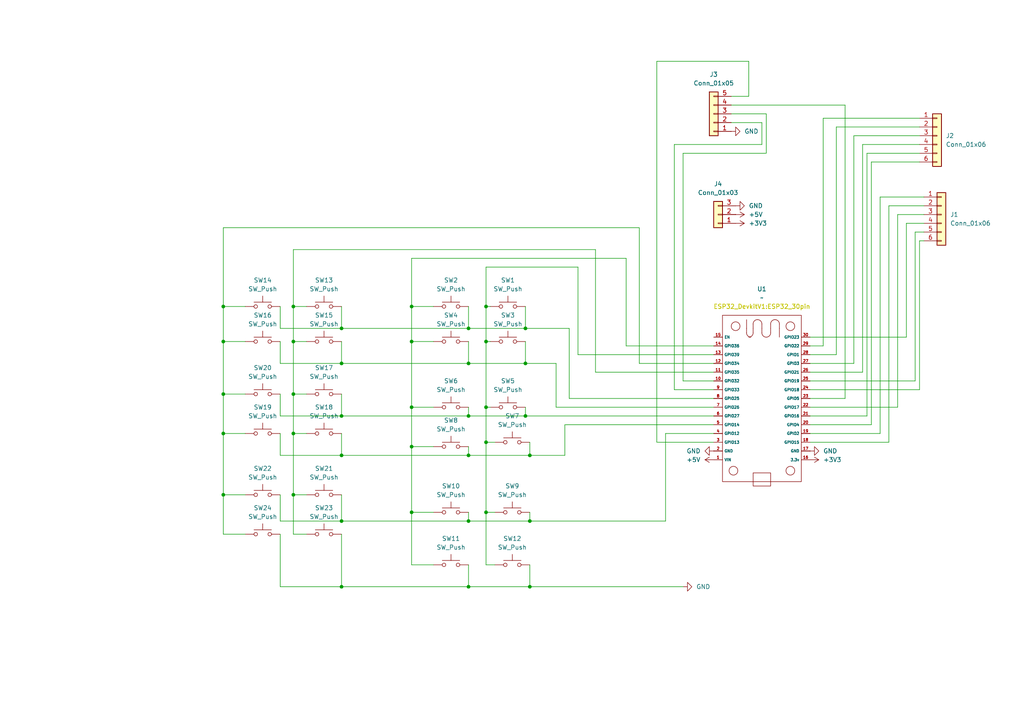
<source format=kicad_sch>
(kicad_sch
	(version 20250114)
	(generator "eeschema")
	(generator_version "9.0")
	(uuid "6bcc23fc-d647-4b66-9f1f-2a12dd25c5be")
	(paper "A4")
	(lib_symbols
		(symbol "Connector_Generic:Conn_01x03"
			(pin_names
				(offset 1.016)
				(hide yes)
			)
			(exclude_from_sim no)
			(in_bom yes)
			(on_board yes)
			(property "Reference" "J"
				(at 0 5.08 0)
				(effects
					(font
						(size 1.27 1.27)
					)
				)
			)
			(property "Value" "Conn_01x03"
				(at 0 -5.08 0)
				(effects
					(font
						(size 1.27 1.27)
					)
				)
			)
			(property "Footprint" ""
				(at 0 0 0)
				(effects
					(font
						(size 1.27 1.27)
					)
					(hide yes)
				)
			)
			(property "Datasheet" "~"
				(at 0 0 0)
				(effects
					(font
						(size 1.27 1.27)
					)
					(hide yes)
				)
			)
			(property "Description" "Generic connector, single row, 01x03, script generated (kicad-library-utils/schlib/autogen/connector/)"
				(at 0 0 0)
				(effects
					(font
						(size 1.27 1.27)
					)
					(hide yes)
				)
			)
			(property "ki_keywords" "connector"
				(at 0 0 0)
				(effects
					(font
						(size 1.27 1.27)
					)
					(hide yes)
				)
			)
			(property "ki_fp_filters" "Connector*:*_1x??_*"
				(at 0 0 0)
				(effects
					(font
						(size 1.27 1.27)
					)
					(hide yes)
				)
			)
			(symbol "Conn_01x03_1_1"
				(rectangle
					(start -1.27 3.81)
					(end 1.27 -3.81)
					(stroke
						(width 0.254)
						(type default)
					)
					(fill
						(type background)
					)
				)
				(rectangle
					(start -1.27 2.667)
					(end 0 2.413)
					(stroke
						(width 0.1524)
						(type default)
					)
					(fill
						(type none)
					)
				)
				(rectangle
					(start -1.27 0.127)
					(end 0 -0.127)
					(stroke
						(width 0.1524)
						(type default)
					)
					(fill
						(type none)
					)
				)
				(rectangle
					(start -1.27 -2.413)
					(end 0 -2.667)
					(stroke
						(width 0.1524)
						(type default)
					)
					(fill
						(type none)
					)
				)
				(pin passive line
					(at -5.08 2.54 0)
					(length 3.81)
					(name "Pin_1"
						(effects
							(font
								(size 1.27 1.27)
							)
						)
					)
					(number "1"
						(effects
							(font
								(size 1.27 1.27)
							)
						)
					)
				)
				(pin passive line
					(at -5.08 0 0)
					(length 3.81)
					(name "Pin_2"
						(effects
							(font
								(size 1.27 1.27)
							)
						)
					)
					(number "2"
						(effects
							(font
								(size 1.27 1.27)
							)
						)
					)
				)
				(pin passive line
					(at -5.08 -2.54 0)
					(length 3.81)
					(name "Pin_3"
						(effects
							(font
								(size 1.27 1.27)
							)
						)
					)
					(number "3"
						(effects
							(font
								(size 1.27 1.27)
							)
						)
					)
				)
			)
			(embedded_fonts no)
		)
		(symbol "Connector_Generic:Conn_01x05"
			(pin_names
				(offset 1.016)
				(hide yes)
			)
			(exclude_from_sim no)
			(in_bom yes)
			(on_board yes)
			(property "Reference" "J"
				(at 0 7.62 0)
				(effects
					(font
						(size 1.27 1.27)
					)
				)
			)
			(property "Value" "Conn_01x05"
				(at 0 -7.62 0)
				(effects
					(font
						(size 1.27 1.27)
					)
				)
			)
			(property "Footprint" ""
				(at 0 0 0)
				(effects
					(font
						(size 1.27 1.27)
					)
					(hide yes)
				)
			)
			(property "Datasheet" "~"
				(at 0 0 0)
				(effects
					(font
						(size 1.27 1.27)
					)
					(hide yes)
				)
			)
			(property "Description" "Generic connector, single row, 01x05, script generated (kicad-library-utils/schlib/autogen/connector/)"
				(at 0 0 0)
				(effects
					(font
						(size 1.27 1.27)
					)
					(hide yes)
				)
			)
			(property "ki_keywords" "connector"
				(at 0 0 0)
				(effects
					(font
						(size 1.27 1.27)
					)
					(hide yes)
				)
			)
			(property "ki_fp_filters" "Connector*:*_1x??_*"
				(at 0 0 0)
				(effects
					(font
						(size 1.27 1.27)
					)
					(hide yes)
				)
			)
			(symbol "Conn_01x05_1_1"
				(rectangle
					(start -1.27 6.35)
					(end 1.27 -6.35)
					(stroke
						(width 0.254)
						(type default)
					)
					(fill
						(type background)
					)
				)
				(rectangle
					(start -1.27 5.207)
					(end 0 4.953)
					(stroke
						(width 0.1524)
						(type default)
					)
					(fill
						(type none)
					)
				)
				(rectangle
					(start -1.27 2.667)
					(end 0 2.413)
					(stroke
						(width 0.1524)
						(type default)
					)
					(fill
						(type none)
					)
				)
				(rectangle
					(start -1.27 0.127)
					(end 0 -0.127)
					(stroke
						(width 0.1524)
						(type default)
					)
					(fill
						(type none)
					)
				)
				(rectangle
					(start -1.27 -2.413)
					(end 0 -2.667)
					(stroke
						(width 0.1524)
						(type default)
					)
					(fill
						(type none)
					)
				)
				(rectangle
					(start -1.27 -4.953)
					(end 0 -5.207)
					(stroke
						(width 0.1524)
						(type default)
					)
					(fill
						(type none)
					)
				)
				(pin passive line
					(at -5.08 5.08 0)
					(length 3.81)
					(name "Pin_1"
						(effects
							(font
								(size 1.27 1.27)
							)
						)
					)
					(number "1"
						(effects
							(font
								(size 1.27 1.27)
							)
						)
					)
				)
				(pin passive line
					(at -5.08 2.54 0)
					(length 3.81)
					(name "Pin_2"
						(effects
							(font
								(size 1.27 1.27)
							)
						)
					)
					(number "2"
						(effects
							(font
								(size 1.27 1.27)
							)
						)
					)
				)
				(pin passive line
					(at -5.08 0 0)
					(length 3.81)
					(name "Pin_3"
						(effects
							(font
								(size 1.27 1.27)
							)
						)
					)
					(number "3"
						(effects
							(font
								(size 1.27 1.27)
							)
						)
					)
				)
				(pin passive line
					(at -5.08 -2.54 0)
					(length 3.81)
					(name "Pin_4"
						(effects
							(font
								(size 1.27 1.27)
							)
						)
					)
					(number "4"
						(effects
							(font
								(size 1.27 1.27)
							)
						)
					)
				)
				(pin passive line
					(at -5.08 -5.08 0)
					(length 3.81)
					(name "Pin_5"
						(effects
							(font
								(size 1.27 1.27)
							)
						)
					)
					(number "5"
						(effects
							(font
								(size 1.27 1.27)
							)
						)
					)
				)
			)
			(embedded_fonts no)
		)
		(symbol "Connector_Generic:Conn_01x06"
			(pin_names
				(offset 1.016)
				(hide yes)
			)
			(exclude_from_sim no)
			(in_bom yes)
			(on_board yes)
			(property "Reference" "J"
				(at 0 7.62 0)
				(effects
					(font
						(size 1.27 1.27)
					)
				)
			)
			(property "Value" "Conn_01x06"
				(at 0 -10.16 0)
				(effects
					(font
						(size 1.27 1.27)
					)
				)
			)
			(property "Footprint" ""
				(at 0 0 0)
				(effects
					(font
						(size 1.27 1.27)
					)
					(hide yes)
				)
			)
			(property "Datasheet" "~"
				(at 0 0 0)
				(effects
					(font
						(size 1.27 1.27)
					)
					(hide yes)
				)
			)
			(property "Description" "Generic connector, single row, 01x06, script generated (kicad-library-utils/schlib/autogen/connector/)"
				(at 0 0 0)
				(effects
					(font
						(size 1.27 1.27)
					)
					(hide yes)
				)
			)
			(property "ki_keywords" "connector"
				(at 0 0 0)
				(effects
					(font
						(size 1.27 1.27)
					)
					(hide yes)
				)
			)
			(property "ki_fp_filters" "Connector*:*_1x??_*"
				(at 0 0 0)
				(effects
					(font
						(size 1.27 1.27)
					)
					(hide yes)
				)
			)
			(symbol "Conn_01x06_1_1"
				(rectangle
					(start -1.27 6.35)
					(end 1.27 -8.89)
					(stroke
						(width 0.254)
						(type default)
					)
					(fill
						(type background)
					)
				)
				(rectangle
					(start -1.27 5.207)
					(end 0 4.953)
					(stroke
						(width 0.1524)
						(type default)
					)
					(fill
						(type none)
					)
				)
				(rectangle
					(start -1.27 2.667)
					(end 0 2.413)
					(stroke
						(width 0.1524)
						(type default)
					)
					(fill
						(type none)
					)
				)
				(rectangle
					(start -1.27 0.127)
					(end 0 -0.127)
					(stroke
						(width 0.1524)
						(type default)
					)
					(fill
						(type none)
					)
				)
				(rectangle
					(start -1.27 -2.413)
					(end 0 -2.667)
					(stroke
						(width 0.1524)
						(type default)
					)
					(fill
						(type none)
					)
				)
				(rectangle
					(start -1.27 -4.953)
					(end 0 -5.207)
					(stroke
						(width 0.1524)
						(type default)
					)
					(fill
						(type none)
					)
				)
				(rectangle
					(start -1.27 -7.493)
					(end 0 -7.747)
					(stroke
						(width 0.1524)
						(type default)
					)
					(fill
						(type none)
					)
				)
				(pin passive line
					(at -5.08 5.08 0)
					(length 3.81)
					(name "Pin_1"
						(effects
							(font
								(size 1.27 1.27)
							)
						)
					)
					(number "1"
						(effects
							(font
								(size 1.27 1.27)
							)
						)
					)
				)
				(pin passive line
					(at -5.08 2.54 0)
					(length 3.81)
					(name "Pin_2"
						(effects
							(font
								(size 1.27 1.27)
							)
						)
					)
					(number "2"
						(effects
							(font
								(size 1.27 1.27)
							)
						)
					)
				)
				(pin passive line
					(at -5.08 0 0)
					(length 3.81)
					(name "Pin_3"
						(effects
							(font
								(size 1.27 1.27)
							)
						)
					)
					(number "3"
						(effects
							(font
								(size 1.27 1.27)
							)
						)
					)
				)
				(pin passive line
					(at -5.08 -2.54 0)
					(length 3.81)
					(name "Pin_4"
						(effects
							(font
								(size 1.27 1.27)
							)
						)
					)
					(number "4"
						(effects
							(font
								(size 1.27 1.27)
							)
						)
					)
				)
				(pin passive line
					(at -5.08 -5.08 0)
					(length 3.81)
					(name "Pin_5"
						(effects
							(font
								(size 1.27 1.27)
							)
						)
					)
					(number "5"
						(effects
							(font
								(size 1.27 1.27)
							)
						)
					)
				)
				(pin passive line
					(at -5.08 -7.62 0)
					(length 3.81)
					(name "Pin_6"
						(effects
							(font
								(size 1.27 1.27)
							)
						)
					)
					(number "6"
						(effects
							(font
								(size 1.27 1.27)
							)
						)
					)
				)
			)
			(embedded_fonts no)
		)
		(symbol "ESP32_Devkitv1:ESP32_30Pin"
			(exclude_from_sim no)
			(in_bom yes)
			(on_board yes)
			(property "Reference" "U"
				(at 0 0 0)
				(effects
					(font
						(size 1.27 1.27)
					)
				)
			)
			(property "Value" ""
				(at 0 0 0)
				(effects
					(font
						(size 1.27 1.27)
					)
				)
			)
			(property "Footprint" "ESP32_30pin"
				(at 0 -2.54 0)
				(effects
					(font
						(size 1.27 1.27)
						(color 194 194 0 1)
					)
				)
			)
			(property "Datasheet" ""
				(at 0 0 0)
				(effects
					(font
						(size 1.27 1.27)
					)
					(hide yes)
				)
			)
			(property "Description" ""
				(at 0 0 0)
				(effects
					(font
						(size 1.27 1.27)
					)
					(hide yes)
				)
			)
			(symbol "ESP32_30Pin_0_1"
				(rectangle
					(start -24.13 11.43)
					(end 24.13 -11.43)
					(stroke
						(width 0)
						(type default)
					)
					(fill
						(type none)
					)
				)
				(polyline
					(pts
						(xy -21.59 5.08) (xy -20.32 5.08)
					)
					(stroke
						(width 0)
						(type default)
					)
					(fill
						(type none)
					)
				)
				(polyline
					(pts
						(xy -21.59 2.54) (xy -20.32 2.54)
					)
					(stroke
						(width 0)
						(type default)
					)
					(fill
						(type none)
					)
				)
				(polyline
					(pts
						(xy -21.59 0) (xy -20.32 0)
					)
					(stroke
						(width 0)
						(type default)
					)
					(fill
						(type none)
					)
				)
				(polyline
					(pts
						(xy -21.59 -2.54) (xy -20.32 -2.54)
					)
					(stroke
						(width 0)
						(type default)
					)
					(fill
						(type none)
					)
				)
				(arc
					(start -21.5975 2.5325)
					(mid -22.4933 2.9067)
					(end -22.8675 3.8025)
					(stroke
						(width 0)
						(type default)
					)
					(fill
						(type none)
					)
				)
				(arc
					(start -21.5975 -2.5475)
					(mid -22.4933 -2.1733)
					(end -22.8675 -1.2775)
					(stroke
						(width 0)
						(type default)
					)
					(fill
						(type none)
					)
				)
				(arc
					(start -22.86 3.81)
					(mid -22.4873 4.7073)
					(end -21.59 5.08)
					(stroke
						(width 0)
						(type default)
					)
					(fill
						(type none)
					)
				)
				(arc
					(start -22.86 -1.27)
					(mid -22.4873 -0.3727)
					(end -21.59 0)
					(stroke
						(width 0)
						(type default)
					)
					(fill
						(type none)
					)
				)
				(circle
					(center -20.955 8.255)
					(radius 1.27)
					(stroke
						(width 0)
						(type default)
					)
					(fill
						(type none)
					)
				)
				(circle
					(center -20.955 -7.62)
					(radius 1.27)
					(stroke
						(width 0)
						(type default)
					)
					(fill
						(type none)
					)
				)
				(polyline
					(pts
						(xy -20.32 5.08) (xy -17.78 5.08)
					)
					(stroke
						(width 0)
						(type default)
					)
					(fill
						(type none)
					)
				)
				(polyline
					(pts
						(xy -20.32 -4.445) (xy -22.86 -4.445)
					)
					(stroke
						(width 0)
						(type default)
					)
					(fill
						(type none)
					)
				)
				(arc
					(start -17.7775 1.2675)
					(mid -18.1502 0.3702)
					(end -19.0475 -0.0025)
					(stroke
						(width 0)
						(type default)
					)
					(fill
						(type none)
					)
				)
				(arc
					(start -17.7775 -3.1775)
					(mid -18.1502 -4.0748)
					(end -19.0475 -4.4475)
					(stroke
						(width 0)
						(type default)
					)
					(fill
						(type none)
					)
				)
				(arc
					(start -19.04 2.545)
					(mid -18.1442 2.1708)
					(end -17.77 1.275)
					(stroke
						(width 0)
						(type default)
					)
					(fill
						(type none)
					)
				)
				(arc
					(start -19.04 -2.535)
					(mid -18.1442 -2.9092)
					(end -17.77 -3.805)
					(stroke
						(width 0)
						(type default)
					)
					(fill
						(type none)
					)
				)
				(polyline
					(pts
						(xy -19.0475 2.5375) (xy -20.3175 2.5375)
					)
					(stroke
						(width 0)
						(type default)
					)
					(fill
						(type none)
					)
				)
				(polyline
					(pts
						(xy -19.0475 -0.0025) (xy -20.3175 -0.0025)
					)
					(stroke
						(width 0)
						(type default)
					)
					(fill
						(type none)
					)
				)
				(polyline
					(pts
						(xy -19.0475 -2.5425) (xy -20.3175 -2.5425)
					)
					(stroke
						(width 0)
						(type default)
					)
					(fill
						(type none)
					)
				)
				(polyline
					(pts
						(xy -19.0475 -4.4475) (xy -20.3175 -4.4475)
					)
					(stroke
						(width 0)
						(type default)
					)
					(fill
						(type none)
					)
				)
				(circle
					(center 20.955 8.255)
					(radius 1.27)
					(stroke
						(width 0)
						(type default)
					)
					(fill
						(type none)
					)
				)
				(circle
					(center 20.955 -8.255)
					(radius 1.27)
					(stroke
						(width 0)
						(type default)
					)
					(fill
						(type none)
					)
				)
				(rectangle
					(start 21.59 2.54)
					(end 25.4 -2.54)
					(stroke
						(width 0)
						(type default)
					)
					(fill
						(type none)
					)
				)
			)
			(symbol "ESP32_30Pin_1_1"
				(pin bidirectional line
					(at -17.78 13.97 270)
					(length 2.54)
					(name "GPIO23"
						(effects
							(font
								(size 0.7874 0.7874)
							)
						)
					)
					(number "30"
						(effects
							(font
								(size 0.7874 0.7874)
							)
						)
					)
				)
				(pin bidirectional line
					(at -17.78 -13.97 90)
					(length 2.54)
					(name "EN"
						(effects
							(font
								(size 0.7874 0.7874)
							)
						)
					)
					(number "15"
						(effects
							(font
								(size 0.7874 0.7874)
							)
						)
					)
				)
				(pin bidirectional line
					(at -15.24 13.97 270)
					(length 2.54)
					(name "GPIO22"
						(effects
							(font
								(size 0.7874 0.7874)
							)
						)
					)
					(number "29"
						(effects
							(font
								(size 0.7874 0.7874)
							)
						)
					)
				)
				(pin bidirectional line
					(at -15.24 -13.97 90)
					(length 2.54)
					(name "GPIO36"
						(effects
							(font
								(size 0.7874 0.7874)
							)
						)
					)
					(number "14"
						(effects
							(font
								(size 0.7874 0.7874)
							)
						)
					)
				)
				(pin bidirectional line
					(at -12.7 13.97 270)
					(length 2.54)
					(name "GPIO1"
						(effects
							(font
								(size 0.7874 0.7874)
							)
						)
					)
					(number "28"
						(effects
							(font
								(size 0.7874 0.7874)
							)
						)
					)
				)
				(pin bidirectional line
					(at -12.7 -13.97 90)
					(length 2.54)
					(name "GPIO39"
						(effects
							(font
								(size 0.7874 0.7874)
							)
						)
					)
					(number "13"
						(effects
							(font
								(size 0.7874 0.7874)
							)
						)
					)
				)
				(pin bidirectional line
					(at -10.16 13.97 270)
					(length 2.54)
					(name "GPIO3"
						(effects
							(font
								(size 0.7874 0.7874)
							)
						)
					)
					(number "27"
						(effects
							(font
								(size 0.7874 0.7874)
							)
						)
					)
				)
				(pin bidirectional line
					(at -10.16 -13.97 90)
					(length 2.54)
					(name "GPIO34"
						(effects
							(font
								(size 0.7874 0.7874)
							)
						)
					)
					(number "12"
						(effects
							(font
								(size 0.7874 0.7874)
							)
						)
					)
				)
				(pin bidirectional line
					(at -7.62 13.97 270)
					(length 2.54)
					(name "GPIO21"
						(effects
							(font
								(size 0.7874 0.7874)
							)
						)
					)
					(number "26"
						(effects
							(font
								(size 0.7874 0.7874)
							)
						)
					)
				)
				(pin bidirectional line
					(at -7.62 -13.97 90)
					(length 2.54)
					(name "GPIO35"
						(effects
							(font
								(size 0.7874 0.7874)
							)
						)
					)
					(number "11"
						(effects
							(font
								(size 0.7874 0.7874)
							)
						)
					)
				)
				(pin bidirectional line
					(at -5.08 13.97 270)
					(length 2.54)
					(name "GPIO19"
						(effects
							(font
								(size 0.7874 0.7874)
							)
						)
					)
					(number "25"
						(effects
							(font
								(size 0.7874 0.7874)
							)
						)
					)
				)
				(pin bidirectional line
					(at -5.08 -13.97 90)
					(length 2.54)
					(name "GPIO32"
						(effects
							(font
								(size 0.7874 0.7874)
							)
						)
					)
					(number "10"
						(effects
							(font
								(size 0.7874 0.7874)
							)
						)
					)
				)
				(pin bidirectional line
					(at -2.54 13.97 270)
					(length 2.54)
					(name "GPIO18"
						(effects
							(font
								(size 0.7874 0.7874)
							)
						)
					)
					(number "24"
						(effects
							(font
								(size 0.7874 0.7874)
							)
						)
					)
				)
				(pin bidirectional line
					(at -2.54 -13.97 90)
					(length 2.54)
					(name "GPIO33"
						(effects
							(font
								(size 0.7874 0.7874)
							)
						)
					)
					(number "9"
						(effects
							(font
								(size 0.7874 0.7874)
							)
						)
					)
				)
				(pin bidirectional line
					(at 0 13.97 270)
					(length 2.54)
					(name "GPIO5"
						(effects
							(font
								(size 0.7874 0.7874)
							)
						)
					)
					(number "23"
						(effects
							(font
								(size 0.7874 0.7874)
							)
						)
					)
				)
				(pin bidirectional line
					(at 0 -13.97 90)
					(length 2.54)
					(name "GPIO25"
						(effects
							(font
								(size 0.7874 0.7874)
							)
						)
					)
					(number "8"
						(effects
							(font
								(size 0.7874 0.7874)
							)
						)
					)
				)
				(pin bidirectional line
					(at 2.54 13.97 270)
					(length 2.54)
					(name "GPIO17"
						(effects
							(font
								(size 0.7874 0.7874)
							)
						)
					)
					(number "22"
						(effects
							(font
								(size 0.7874 0.7874)
							)
						)
					)
				)
				(pin bidirectional line
					(at 2.54 -13.97 90)
					(length 2.54)
					(name "GPIO26"
						(effects
							(font
								(size 0.7874 0.7874)
							)
						)
					)
					(number "7"
						(effects
							(font
								(size 0.7874 0.7874)
							)
						)
					)
				)
				(pin bidirectional line
					(at 5.08 13.97 270)
					(length 2.54)
					(name "GPIO16"
						(effects
							(font
								(size 0.7874 0.7874)
							)
						)
					)
					(number "21"
						(effects
							(font
								(size 0.7874 0.7874)
							)
						)
					)
				)
				(pin bidirectional line
					(at 5.08 -13.97 90)
					(length 2.54)
					(name "GPIO27"
						(effects
							(font
								(size 0.7874 0.7874)
							)
						)
					)
					(number "6"
						(effects
							(font
								(size 0.7874 0.7874)
							)
						)
					)
				)
				(pin bidirectional line
					(at 7.62 13.97 270)
					(length 2.54)
					(name "GPIO4"
						(effects
							(font
								(size 0.7874 0.7874)
							)
						)
					)
					(number "20"
						(effects
							(font
								(size 0.7874 0.7874)
							)
						)
					)
				)
				(pin bidirectional line
					(at 7.62 -13.97 90)
					(length 2.54)
					(name "GPIO14"
						(effects
							(font
								(size 0.7874 0.7874)
							)
						)
					)
					(number "5"
						(effects
							(font
								(size 0.7874 0.7874)
							)
						)
					)
				)
				(pin bidirectional line
					(at 10.16 13.97 270)
					(length 2.54)
					(name "GPIO2"
						(effects
							(font
								(size 0.7874 0.7874)
							)
						)
					)
					(number "19"
						(effects
							(font
								(size 0.7874 0.7874)
							)
						)
					)
				)
				(pin bidirectional line
					(at 10.16 -13.97 90)
					(length 2.54)
					(name "GPIO12"
						(effects
							(font
								(size 0.7874 0.7874)
							)
						)
					)
					(number "4"
						(effects
							(font
								(size 0.7874 0.7874)
							)
						)
					)
				)
				(pin bidirectional line
					(at 12.7 13.97 270)
					(length 2.54)
					(name "GPIO15"
						(effects
							(font
								(size 0.7874 0.7874)
							)
						)
					)
					(number "18"
						(effects
							(font
								(size 0.7874 0.7874)
							)
						)
					)
				)
				(pin bidirectional line
					(at 12.7 -13.97 90)
					(length 2.54)
					(name "GPIO13"
						(effects
							(font
								(size 0.7874 0.7874)
							)
						)
					)
					(number "3"
						(effects
							(font
								(size 0.7874 0.7874)
							)
						)
					)
				)
				(pin power_in line
					(at 15.24 13.97 270)
					(length 2.54)
					(name "GND"
						(effects
							(font
								(size 0.7874 0.7874)
							)
						)
					)
					(number "17"
						(effects
							(font
								(size 0.7874 0.7874)
							)
						)
					)
				)
				(pin bidirectional line
					(at 15.24 -13.97 90)
					(length 2.54)
					(name "GND"
						(effects
							(font
								(size 0.7874 0.7874)
							)
						)
					)
					(number "2"
						(effects
							(font
								(size 0.7874 0.7874)
							)
						)
					)
				)
				(pin output line
					(at 17.78 13.97 270)
					(length 2.54)
					(name "3.3v"
						(effects
							(font
								(size 0.7874 0.7874)
							)
						)
					)
					(number "16"
						(effects
							(font
								(size 0.7874 0.7874)
							)
						)
					)
				)
				(pin power_out line
					(at 17.78 -13.97 90)
					(length 2.54)
					(name "VIN"
						(effects
							(font
								(size 0.7874 0.7874)
							)
						)
					)
					(number "1"
						(effects
							(font
								(size 0.7874 0.7874)
							)
						)
					)
				)
			)
			(embedded_fonts no)
		)
		(symbol "Switch:SW_Push"
			(pin_numbers
				(hide yes)
			)
			(pin_names
				(offset 1.016)
				(hide yes)
			)
			(exclude_from_sim no)
			(in_bom yes)
			(on_board yes)
			(property "Reference" "SW"
				(at 1.27 2.54 0)
				(effects
					(font
						(size 1.27 1.27)
					)
					(justify left)
				)
			)
			(property "Value" "SW_Push"
				(at 0 -1.524 0)
				(effects
					(font
						(size 1.27 1.27)
					)
				)
			)
			(property "Footprint" ""
				(at 0 5.08 0)
				(effects
					(font
						(size 1.27 1.27)
					)
					(hide yes)
				)
			)
			(property "Datasheet" "~"
				(at 0 5.08 0)
				(effects
					(font
						(size 1.27 1.27)
					)
					(hide yes)
				)
			)
			(property "Description" "Push button switch, generic, two pins"
				(at 0 0 0)
				(effects
					(font
						(size 1.27 1.27)
					)
					(hide yes)
				)
			)
			(property "ki_keywords" "switch normally-open pushbutton push-button"
				(at 0 0 0)
				(effects
					(font
						(size 1.27 1.27)
					)
					(hide yes)
				)
			)
			(symbol "SW_Push_0_1"
				(circle
					(center -2.032 0)
					(radius 0.508)
					(stroke
						(width 0)
						(type default)
					)
					(fill
						(type none)
					)
				)
				(polyline
					(pts
						(xy 0 1.27) (xy 0 3.048)
					)
					(stroke
						(width 0)
						(type default)
					)
					(fill
						(type none)
					)
				)
				(circle
					(center 2.032 0)
					(radius 0.508)
					(stroke
						(width 0)
						(type default)
					)
					(fill
						(type none)
					)
				)
				(polyline
					(pts
						(xy 2.54 1.27) (xy -2.54 1.27)
					)
					(stroke
						(width 0)
						(type default)
					)
					(fill
						(type none)
					)
				)
				(pin passive line
					(at -5.08 0 0)
					(length 2.54)
					(name "1"
						(effects
							(font
								(size 1.27 1.27)
							)
						)
					)
					(number "1"
						(effects
							(font
								(size 1.27 1.27)
							)
						)
					)
				)
				(pin passive line
					(at 5.08 0 180)
					(length 2.54)
					(name "2"
						(effects
							(font
								(size 1.27 1.27)
							)
						)
					)
					(number "2"
						(effects
							(font
								(size 1.27 1.27)
							)
						)
					)
				)
			)
			(embedded_fonts no)
		)
		(symbol "power:+3V3"
			(power)
			(pin_numbers
				(hide yes)
			)
			(pin_names
				(offset 0)
				(hide yes)
			)
			(exclude_from_sim no)
			(in_bom yes)
			(on_board yes)
			(property "Reference" "#PWR"
				(at 0 -3.81 0)
				(effects
					(font
						(size 1.27 1.27)
					)
					(hide yes)
				)
			)
			(property "Value" "+3V3"
				(at 0 3.556 0)
				(effects
					(font
						(size 1.27 1.27)
					)
				)
			)
			(property "Footprint" ""
				(at 0 0 0)
				(effects
					(font
						(size 1.27 1.27)
					)
					(hide yes)
				)
			)
			(property "Datasheet" ""
				(at 0 0 0)
				(effects
					(font
						(size 1.27 1.27)
					)
					(hide yes)
				)
			)
			(property "Description" "Power symbol creates a global label with name \"+3V3\""
				(at 0 0 0)
				(effects
					(font
						(size 1.27 1.27)
					)
					(hide yes)
				)
			)
			(property "ki_keywords" "global power"
				(at 0 0 0)
				(effects
					(font
						(size 1.27 1.27)
					)
					(hide yes)
				)
			)
			(symbol "+3V3_0_1"
				(polyline
					(pts
						(xy -0.762 1.27) (xy 0 2.54)
					)
					(stroke
						(width 0)
						(type default)
					)
					(fill
						(type none)
					)
				)
				(polyline
					(pts
						(xy 0 2.54) (xy 0.762 1.27)
					)
					(stroke
						(width 0)
						(type default)
					)
					(fill
						(type none)
					)
				)
				(polyline
					(pts
						(xy 0 0) (xy 0 2.54)
					)
					(stroke
						(width 0)
						(type default)
					)
					(fill
						(type none)
					)
				)
			)
			(symbol "+3V3_1_1"
				(pin power_in line
					(at 0 0 90)
					(length 0)
					(name "~"
						(effects
							(font
								(size 1.27 1.27)
							)
						)
					)
					(number "1"
						(effects
							(font
								(size 1.27 1.27)
							)
						)
					)
				)
			)
			(embedded_fonts no)
		)
		(symbol "power:+5V"
			(power)
			(pin_numbers
				(hide yes)
			)
			(pin_names
				(offset 0)
				(hide yes)
			)
			(exclude_from_sim no)
			(in_bom yes)
			(on_board yes)
			(property "Reference" "#PWR"
				(at 0 -3.81 0)
				(effects
					(font
						(size 1.27 1.27)
					)
					(hide yes)
				)
			)
			(property "Value" "+5V"
				(at 0 3.556 0)
				(effects
					(font
						(size 1.27 1.27)
					)
				)
			)
			(property "Footprint" ""
				(at 0 0 0)
				(effects
					(font
						(size 1.27 1.27)
					)
					(hide yes)
				)
			)
			(property "Datasheet" ""
				(at 0 0 0)
				(effects
					(font
						(size 1.27 1.27)
					)
					(hide yes)
				)
			)
			(property "Description" "Power symbol creates a global label with name \"+5V\""
				(at 0 0 0)
				(effects
					(font
						(size 1.27 1.27)
					)
					(hide yes)
				)
			)
			(property "ki_keywords" "global power"
				(at 0 0 0)
				(effects
					(font
						(size 1.27 1.27)
					)
					(hide yes)
				)
			)
			(symbol "+5V_0_1"
				(polyline
					(pts
						(xy -0.762 1.27) (xy 0 2.54)
					)
					(stroke
						(width 0)
						(type default)
					)
					(fill
						(type none)
					)
				)
				(polyline
					(pts
						(xy 0 2.54) (xy 0.762 1.27)
					)
					(stroke
						(width 0)
						(type default)
					)
					(fill
						(type none)
					)
				)
				(polyline
					(pts
						(xy 0 0) (xy 0 2.54)
					)
					(stroke
						(width 0)
						(type default)
					)
					(fill
						(type none)
					)
				)
			)
			(symbol "+5V_1_1"
				(pin power_in line
					(at 0 0 90)
					(length 0)
					(name "~"
						(effects
							(font
								(size 1.27 1.27)
							)
						)
					)
					(number "1"
						(effects
							(font
								(size 1.27 1.27)
							)
						)
					)
				)
			)
			(embedded_fonts no)
		)
		(symbol "power:GND"
			(power)
			(pin_numbers
				(hide yes)
			)
			(pin_names
				(offset 0)
				(hide yes)
			)
			(exclude_from_sim no)
			(in_bom yes)
			(on_board yes)
			(property "Reference" "#PWR"
				(at 0 -6.35 0)
				(effects
					(font
						(size 1.27 1.27)
					)
					(hide yes)
				)
			)
			(property "Value" "GND"
				(at 0 -3.81 0)
				(effects
					(font
						(size 1.27 1.27)
					)
				)
			)
			(property "Footprint" ""
				(at 0 0 0)
				(effects
					(font
						(size 1.27 1.27)
					)
					(hide yes)
				)
			)
			(property "Datasheet" ""
				(at 0 0 0)
				(effects
					(font
						(size 1.27 1.27)
					)
					(hide yes)
				)
			)
			(property "Description" "Power symbol creates a global label with name \"GND\" , ground"
				(at 0 0 0)
				(effects
					(font
						(size 1.27 1.27)
					)
					(hide yes)
				)
			)
			(property "ki_keywords" "global power"
				(at 0 0 0)
				(effects
					(font
						(size 1.27 1.27)
					)
					(hide yes)
				)
			)
			(symbol "GND_0_1"
				(polyline
					(pts
						(xy 0 0) (xy 0 -1.27) (xy 1.27 -1.27) (xy 0 -2.54) (xy -1.27 -1.27) (xy 0 -1.27)
					)
					(stroke
						(width 0)
						(type default)
					)
					(fill
						(type none)
					)
				)
			)
			(symbol "GND_1_1"
				(pin power_in line
					(at 0 0 270)
					(length 0)
					(name "~"
						(effects
							(font
								(size 1.27 1.27)
							)
						)
					)
					(number "1"
						(effects
							(font
								(size 1.27 1.27)
							)
						)
					)
				)
			)
			(embedded_fonts no)
		)
	)
	(junction
		(at 119.38 148.59)
		(diameter 0)
		(color 0 0 0 0)
		(uuid "0df9e5e6-e8e2-414a-8894-4ff01777d3c6")
	)
	(junction
		(at 153.67 132.08)
		(diameter 0)
		(color 0 0 0 0)
		(uuid "0eebcf39-6f69-46be-a8d5-b519aa65a297")
	)
	(junction
		(at 140.97 148.59)
		(diameter 0)
		(color 0 0 0 0)
		(uuid "17594ace-dfbb-4777-8a4a-b4ca1dac5f2c")
	)
	(junction
		(at 153.67 151.13)
		(diameter 0)
		(color 0 0 0 0)
		(uuid "180e2a9f-ddb1-45ae-98c7-10011281e776")
	)
	(junction
		(at 135.89 170.18)
		(diameter 0)
		(color 0 0 0 0)
		(uuid "1a5a5fb1-15f3-457d-9ac3-6c5b5fedb9bd")
	)
	(junction
		(at 64.77 99.06)
		(diameter 0)
		(color 0 0 0 0)
		(uuid "1ffa660d-0548-4530-b9f0-e115afe19c8b")
	)
	(junction
		(at 85.09 88.9)
		(diameter 0)
		(color 0 0 0 0)
		(uuid "2862a77a-484b-4afb-a57f-cd55ba1df593")
	)
	(junction
		(at 152.4 120.65)
		(diameter 0)
		(color 0 0 0 0)
		(uuid "46e2b5fb-66f4-4438-8be4-8079ba68105a")
	)
	(junction
		(at 135.89 105.41)
		(diameter 0)
		(color 0 0 0 0)
		(uuid "516ad18e-0ad4-47db-88fa-1487462bcde1")
	)
	(junction
		(at 64.77 143.51)
		(diameter 0)
		(color 0 0 0 0)
		(uuid "585faf0d-d764-4415-bbee-07d7238ccc1d")
	)
	(junction
		(at 85.09 143.51)
		(diameter 0)
		(color 0 0 0 0)
		(uuid "5a1d8b43-a763-46c3-9c90-355af118cafb")
	)
	(junction
		(at 64.77 125.73)
		(diameter 0)
		(color 0 0 0 0)
		(uuid "5f2ebe6e-fbbc-4952-8595-800ec1dacd72")
	)
	(junction
		(at 64.77 114.3)
		(diameter 0)
		(color 0 0 0 0)
		(uuid "6131195f-3417-482d-910a-255489afc98b")
	)
	(junction
		(at 99.06 151.13)
		(diameter 0)
		(color 0 0 0 0)
		(uuid "61f289fb-bc4d-40db-affa-219a27e2a8ed")
	)
	(junction
		(at 153.67 170.18)
		(diameter 0)
		(color 0 0 0 0)
		(uuid "66dcdae2-7007-478d-9d83-ac1ae63527be")
	)
	(junction
		(at 85.09 125.73)
		(diameter 0)
		(color 0 0 0 0)
		(uuid "6cb85557-f5f2-4312-9ae4-97cf0e825df0")
	)
	(junction
		(at 119.38 118.11)
		(diameter 0)
		(color 0 0 0 0)
		(uuid "6f29e87d-f266-4114-bbbd-116227d581eb")
	)
	(junction
		(at 140.97 118.11)
		(diameter 0)
		(color 0 0 0 0)
		(uuid "6fcb3eb5-d32d-4c27-8c04-4583f1a2e1a3")
	)
	(junction
		(at 99.06 105.41)
		(diameter 0)
		(color 0 0 0 0)
		(uuid "82027e1b-764d-436b-87bc-b9da35f93066")
	)
	(junction
		(at 64.77 88.9)
		(diameter 0)
		(color 0 0 0 0)
		(uuid "993735d4-d48a-4a51-b420-4e150c2a45cc")
	)
	(junction
		(at 135.89 151.13)
		(diameter 0)
		(color 0 0 0 0)
		(uuid "9e38d56c-24e2-49de-aad5-4ee6fb533411")
	)
	(junction
		(at 135.89 132.08)
		(diameter 0)
		(color 0 0 0 0)
		(uuid "9fd0c1b0-7258-4a08-9a76-389fee4306c1")
	)
	(junction
		(at 140.97 88.9)
		(diameter 0)
		(color 0 0 0 0)
		(uuid "a048a141-1e6e-4a44-a163-a3e2f3eca1f0")
	)
	(junction
		(at 140.97 99.06)
		(diameter 0)
		(color 0 0 0 0)
		(uuid "b0ef2481-17d6-47ec-88c9-4fa5a2d8c98d")
	)
	(junction
		(at 99.06 120.65)
		(diameter 0)
		(color 0 0 0 0)
		(uuid "b7a379fa-0687-429f-ab4f-16289987f5e5")
	)
	(junction
		(at 152.4 105.41)
		(diameter 0)
		(color 0 0 0 0)
		(uuid "bb98d32f-7a6f-4b5c-abab-e619d752321d")
	)
	(junction
		(at 119.38 99.06)
		(diameter 0)
		(color 0 0 0 0)
		(uuid "c365ba4c-2acf-43a8-a28e-a2ac75b26487")
	)
	(junction
		(at 119.38 88.9)
		(diameter 0)
		(color 0 0 0 0)
		(uuid "ce18e681-2a00-45ca-8a94-a7f43da87176")
	)
	(junction
		(at 135.89 95.25)
		(diameter 0)
		(color 0 0 0 0)
		(uuid "d44cd363-d029-4ee2-9da8-5b494462bddf")
	)
	(junction
		(at 85.09 99.06)
		(diameter 0)
		(color 0 0 0 0)
		(uuid "dceef49b-fc4d-4546-b154-e8f99098e24d")
	)
	(junction
		(at 119.38 129.54)
		(diameter 0)
		(color 0 0 0 0)
		(uuid "e408ac9c-9e18-4163-b4cc-1531239fe856")
	)
	(junction
		(at 99.06 132.08)
		(diameter 0)
		(color 0 0 0 0)
		(uuid "e813fcfe-16fd-43b8-9283-8c9879335765")
	)
	(junction
		(at 135.89 120.65)
		(diameter 0)
		(color 0 0 0 0)
		(uuid "e86c99b8-cdcf-4fe8-beae-ac87d0710d0e")
	)
	(junction
		(at 99.06 170.18)
		(diameter 0)
		(color 0 0 0 0)
		(uuid "f0316bbd-2eba-477b-9d7d-805ee7b8e8d7")
	)
	(junction
		(at 99.06 95.25)
		(diameter 0)
		(color 0 0 0 0)
		(uuid "f8ba0bb7-98d9-41a2-9254-b2fe9c6561af")
	)
	(junction
		(at 152.4 95.25)
		(diameter 0)
		(color 0 0 0 0)
		(uuid "f904e324-c9ac-41af-b170-7c6ea9ceb952")
	)
	(junction
		(at 140.97 128.27)
		(diameter 0)
		(color 0 0 0 0)
		(uuid "fac8dd8f-6945-4bc1-93f7-e7af6b2e54aa")
	)
	(junction
		(at 85.09 114.3)
		(diameter 0)
		(color 0 0 0 0)
		(uuid "fe071e07-ea22-4e03-87c5-2c37b4f8c5dd")
	)
	(wire
		(pts
			(xy 207.01 120.65) (xy 152.4 120.65)
		)
		(stroke
			(width 0)
			(type default)
		)
		(uuid "00d4937c-150c-4579-b7be-25d6e0b6d0b0")
	)
	(wire
		(pts
			(xy 135.89 132.08) (xy 99.06 132.08)
		)
		(stroke
			(width 0)
			(type default)
		)
		(uuid "010fd136-d145-46cd-ace4-4591730188d7")
	)
	(wire
		(pts
			(xy 152.4 99.06) (xy 152.4 105.41)
		)
		(stroke
			(width 0)
			(type default)
		)
		(uuid "016f3708-b937-4198-b683-7bf1a7d2ed16")
	)
	(wire
		(pts
			(xy 217.17 27.94) (xy 217.17 17.78)
		)
		(stroke
			(width 0)
			(type default)
		)
		(uuid "05d73bb9-6e1b-4bd7-adc8-9314533c2cbc")
	)
	(wire
		(pts
			(xy 135.89 151.13) (xy 99.06 151.13)
		)
		(stroke
			(width 0)
			(type default)
		)
		(uuid "0662aad3-be5f-42d2-b03e-560be5b2bcc5")
	)
	(wire
		(pts
			(xy 135.89 95.25) (xy 99.06 95.25)
		)
		(stroke
			(width 0)
			(type default)
		)
		(uuid "08a9895b-d630-4693-80c5-1aa58cd4338b")
	)
	(wire
		(pts
			(xy 185.42 66.04) (xy 185.42 105.41)
		)
		(stroke
			(width 0)
			(type default)
		)
		(uuid "0982505d-6993-48c2-97f6-262d42c49428")
	)
	(wire
		(pts
			(xy 163.83 123.19) (xy 163.83 132.08)
		)
		(stroke
			(width 0)
			(type default)
		)
		(uuid "0cd177a3-6199-43a6-aafb-260e4e912f7d")
	)
	(wire
		(pts
			(xy 234.95 97.79) (xy 262.89 97.79)
		)
		(stroke
			(width 0)
			(type default)
		)
		(uuid "0d5bbe87-7e72-4cee-80e8-16decf4efb6b")
	)
	(wire
		(pts
			(xy 220.98 41.91) (xy 220.98 35.56)
		)
		(stroke
			(width 0)
			(type default)
		)
		(uuid "1029fbad-d9ec-40e6-af10-9476203aa378")
	)
	(wire
		(pts
			(xy 234.95 100.33) (xy 238.76 100.33)
		)
		(stroke
			(width 0)
			(type default)
		)
		(uuid "11940b03-6e57-41e0-8dae-0c3cb45cc449")
	)
	(wire
		(pts
			(xy 119.38 118.11) (xy 119.38 129.54)
		)
		(stroke
			(width 0)
			(type default)
		)
		(uuid "138c7f0f-7b9d-4f26-90eb-4464db0ce7d1")
	)
	(wire
		(pts
			(xy 99.06 170.18) (xy 81.28 170.18)
		)
		(stroke
			(width 0)
			(type default)
		)
		(uuid "13aa87d1-a64a-49ee-a12f-ef88009fb6c2")
	)
	(wire
		(pts
			(xy 140.97 77.47) (xy 140.97 88.9)
		)
		(stroke
			(width 0)
			(type default)
		)
		(uuid "14429dd0-08f3-480c-b6c1-7cd44182fc3f")
	)
	(wire
		(pts
			(xy 119.38 88.9) (xy 125.73 88.9)
		)
		(stroke
			(width 0)
			(type default)
		)
		(uuid "156e994a-b63f-4cc3-b62b-482a40920261")
	)
	(wire
		(pts
			(xy 99.06 132.08) (xy 81.28 132.08)
		)
		(stroke
			(width 0)
			(type default)
		)
		(uuid "189c6672-2371-4853-be4a-126d7e77b8d5")
	)
	(wire
		(pts
			(xy 257.81 128.27) (xy 234.95 128.27)
		)
		(stroke
			(width 0)
			(type default)
		)
		(uuid "1931a23a-7c4d-4be4-bf12-7af4545ed3d8")
	)
	(wire
		(pts
			(xy 260.35 62.23) (xy 260.35 118.11)
		)
		(stroke
			(width 0)
			(type default)
		)
		(uuid "1a4c9a47-d147-45a0-ad3c-ce9a33258d6d")
	)
	(wire
		(pts
			(xy 267.97 62.23) (xy 260.35 62.23)
		)
		(stroke
			(width 0)
			(type default)
		)
		(uuid "1b0da042-3c0b-4b5e-80d0-4cb165508825")
	)
	(wire
		(pts
			(xy 85.09 99.06) (xy 85.09 114.3)
		)
		(stroke
			(width 0)
			(type default)
		)
		(uuid "1cae0c81-0542-4612-9807-3ca9846b211d")
	)
	(wire
		(pts
			(xy 119.38 88.9) (xy 119.38 99.06)
		)
		(stroke
			(width 0)
			(type default)
		)
		(uuid "1ffd5a93-708f-424a-9ee2-c1e1254e6a07")
	)
	(wire
		(pts
			(xy 247.65 39.37) (xy 266.7 39.37)
		)
		(stroke
			(width 0)
			(type default)
		)
		(uuid "20d24b2f-be60-4ae7-9d94-b7ee3a938921")
	)
	(wire
		(pts
			(xy 255.27 125.73) (xy 255.27 57.15)
		)
		(stroke
			(width 0)
			(type default)
		)
		(uuid "21d24508-61dc-4348-adb3-d5d6d81f7741")
	)
	(wire
		(pts
			(xy 167.64 77.47) (xy 167.64 102.87)
		)
		(stroke
			(width 0)
			(type default)
		)
		(uuid "21efb1df-4e39-46e1-9f14-cfdf6d8b5c93")
	)
	(wire
		(pts
			(xy 212.09 27.94) (xy 217.17 27.94)
		)
		(stroke
			(width 0)
			(type default)
		)
		(uuid "24f6cd2f-b601-4de6-b02d-816d5c548e13")
	)
	(wire
		(pts
			(xy 99.06 95.25) (xy 81.28 95.25)
		)
		(stroke
			(width 0)
			(type default)
		)
		(uuid "26177924-3359-4816-897e-6ba6f2b50a50")
	)
	(wire
		(pts
			(xy 99.06 125.73) (xy 99.06 132.08)
		)
		(stroke
			(width 0)
			(type default)
		)
		(uuid "26f704b4-c454-4417-b1c7-6f901937acce")
	)
	(wire
		(pts
			(xy 135.89 148.59) (xy 135.89 151.13)
		)
		(stroke
			(width 0)
			(type default)
		)
		(uuid "280e33dc-95dc-4cd5-a398-915ded8800f6")
	)
	(wire
		(pts
			(xy 267.97 69.85) (xy 266.7 69.85)
		)
		(stroke
			(width 0)
			(type default)
		)
		(uuid "284eb7a1-9992-4477-a64c-4da8b4c53f37")
	)
	(wire
		(pts
			(xy 140.97 163.83) (xy 143.51 163.83)
		)
		(stroke
			(width 0)
			(type default)
		)
		(uuid "2880db25-4a97-403b-b50c-625d3860774e")
	)
	(wire
		(pts
			(xy 64.77 66.04) (xy 64.77 88.9)
		)
		(stroke
			(width 0)
			(type default)
		)
		(uuid "29256685-8cdf-4860-855e-84b5e425bc55")
	)
	(wire
		(pts
			(xy 250.19 41.91) (xy 266.7 41.91)
		)
		(stroke
			(width 0)
			(type default)
		)
		(uuid "29ab46c2-500a-4637-96d7-37b07dfe7085")
	)
	(wire
		(pts
			(xy 252.73 123.19) (xy 234.95 123.19)
		)
		(stroke
			(width 0)
			(type default)
		)
		(uuid "2a17c376-a059-4136-bab6-bb47fb8dd1c2")
	)
	(wire
		(pts
			(xy 140.97 128.27) (xy 143.51 128.27)
		)
		(stroke
			(width 0)
			(type default)
		)
		(uuid "2c234e22-d312-4e4a-a8e8-5758aa174bbf")
	)
	(wire
		(pts
			(xy 85.09 125.73) (xy 85.09 143.51)
		)
		(stroke
			(width 0)
			(type default)
		)
		(uuid "2e3a9373-8f45-4971-8209-83d296541905")
	)
	(wire
		(pts
			(xy 234.95 125.73) (xy 255.27 125.73)
		)
		(stroke
			(width 0)
			(type default)
		)
		(uuid "2e534f75-866e-4138-ae62-1c014ae4655c")
	)
	(wire
		(pts
			(xy 119.38 163.83) (xy 125.73 163.83)
		)
		(stroke
			(width 0)
			(type default)
		)
		(uuid "2e6b97a1-2933-4e96-9a43-899b2812dc5d")
	)
	(wire
		(pts
			(xy 245.11 30.48) (xy 212.09 30.48)
		)
		(stroke
			(width 0)
			(type default)
		)
		(uuid "2f6ab2f3-6de5-4bc9-b6b0-2e6c9c482dfd")
	)
	(wire
		(pts
			(xy 125.73 118.11) (xy 119.38 118.11)
		)
		(stroke
			(width 0)
			(type default)
		)
		(uuid "2f738947-74bc-47a2-87c1-5562de6272f4")
	)
	(wire
		(pts
			(xy 165.1 95.25) (xy 152.4 95.25)
		)
		(stroke
			(width 0)
			(type default)
		)
		(uuid "321737e7-33e0-44c9-a227-52792eef481b")
	)
	(wire
		(pts
			(xy 71.12 99.06) (xy 64.77 99.06)
		)
		(stroke
			(width 0)
			(type default)
		)
		(uuid "33eff622-a3c9-44ab-ad87-d8c453d2b65d")
	)
	(wire
		(pts
			(xy 152.4 105.41) (xy 135.89 105.41)
		)
		(stroke
			(width 0)
			(type default)
		)
		(uuid "3901f225-3a5d-4e6a-9f3d-301ac58a08fb")
	)
	(wire
		(pts
			(xy 140.97 118.11) (xy 142.24 118.11)
		)
		(stroke
			(width 0)
			(type default)
		)
		(uuid "391bda3c-31ca-4e0a-a656-cd00f112cb31")
	)
	(wire
		(pts
			(xy 140.97 88.9) (xy 142.24 88.9)
		)
		(stroke
			(width 0)
			(type default)
		)
		(uuid "3a91239c-6890-4e3e-bbca-83aa74f36fa7")
	)
	(wire
		(pts
			(xy 85.09 88.9) (xy 85.09 99.06)
		)
		(stroke
			(width 0)
			(type default)
		)
		(uuid "3af601f3-3251-4e79-b94e-a3949c01733c")
	)
	(wire
		(pts
			(xy 181.61 100.33) (xy 207.01 100.33)
		)
		(stroke
			(width 0)
			(type default)
		)
		(uuid "3dccb241-07d5-4273-96c6-c410bedb1cb9")
	)
	(wire
		(pts
			(xy 195.58 41.91) (xy 220.98 41.91)
		)
		(stroke
			(width 0)
			(type default)
		)
		(uuid "3ddddc0d-8e4d-4ceb-bc93-0d0f5c13bc9c")
	)
	(wire
		(pts
			(xy 193.04 151.13) (xy 153.67 151.13)
		)
		(stroke
			(width 0)
			(type default)
		)
		(uuid "3f31bb19-1438-4f73-9fcd-3d3bd5c68724")
	)
	(wire
		(pts
			(xy 99.06 105.41) (xy 81.28 105.41)
		)
		(stroke
			(width 0)
			(type default)
		)
		(uuid "3f37713c-bb93-449e-be5e-c7921447f5da")
	)
	(wire
		(pts
			(xy 242.57 102.87) (xy 242.57 36.83)
		)
		(stroke
			(width 0)
			(type default)
		)
		(uuid "3fa0fb08-1ad4-42c5-a5d3-cb399070ed58")
	)
	(wire
		(pts
			(xy 135.89 163.83) (xy 135.89 170.18)
		)
		(stroke
			(width 0)
			(type default)
		)
		(uuid "40f31b5a-d28a-4090-a65d-d75136d706bd")
	)
	(wire
		(pts
			(xy 119.38 129.54) (xy 119.38 148.59)
		)
		(stroke
			(width 0)
			(type default)
		)
		(uuid "41a860d1-6a15-4626-a3c7-173c7c17983e")
	)
	(wire
		(pts
			(xy 81.28 132.08) (xy 81.28 125.73)
		)
		(stroke
			(width 0)
			(type default)
		)
		(uuid "429e90fa-e80e-4f61-bfe6-a82d23c45167")
	)
	(wire
		(pts
			(xy 234.95 120.65) (xy 251.46 120.65)
		)
		(stroke
			(width 0)
			(type default)
		)
		(uuid "453d3e85-f613-499b-9a5b-cec4d58221b0")
	)
	(wire
		(pts
			(xy 119.38 74.93) (xy 119.38 88.9)
		)
		(stroke
			(width 0)
			(type default)
		)
		(uuid "45562683-f1eb-45c9-bd7f-34c07946507d")
	)
	(wire
		(pts
			(xy 153.67 132.08) (xy 135.89 132.08)
		)
		(stroke
			(width 0)
			(type default)
		)
		(uuid "45658c3f-60b8-4403-a511-38cc25975d66")
	)
	(wire
		(pts
			(xy 257.81 59.69) (xy 257.81 128.27)
		)
		(stroke
			(width 0)
			(type default)
		)
		(uuid "459b092d-2304-4765-9a67-850cc8cb4a41")
	)
	(wire
		(pts
			(xy 140.97 128.27) (xy 140.97 148.59)
		)
		(stroke
			(width 0)
			(type default)
		)
		(uuid "48b28d54-a912-4236-97f7-32037640e0ad")
	)
	(wire
		(pts
			(xy 140.97 99.06) (xy 142.24 99.06)
		)
		(stroke
			(width 0)
			(type default)
		)
		(uuid "4adeaa0c-93dd-410f-982c-ea0c27509227")
	)
	(wire
		(pts
			(xy 207.01 107.95) (xy 172.72 107.95)
		)
		(stroke
			(width 0)
			(type default)
		)
		(uuid "4ae8639d-b8c3-4b20-a04b-de3abe92c00d")
	)
	(wire
		(pts
			(xy 81.28 151.13) (xy 81.28 143.51)
		)
		(stroke
			(width 0)
			(type default)
		)
		(uuid "4c28e107-0fcb-4142-80a9-f27d9dc5f220")
	)
	(wire
		(pts
			(xy 88.9 114.3) (xy 85.09 114.3)
		)
		(stroke
			(width 0)
			(type default)
		)
		(uuid "4dc19125-9f00-4811-b79f-63ca34e1b68d")
	)
	(wire
		(pts
			(xy 190.5 128.27) (xy 207.01 128.27)
		)
		(stroke
			(width 0)
			(type default)
		)
		(uuid "500a1b77-e020-4887-9ede-6fc810f90c51")
	)
	(wire
		(pts
			(xy 81.28 120.65) (xy 81.28 114.3)
		)
		(stroke
			(width 0)
			(type default)
		)
		(uuid "51e1750e-15eb-457e-916a-9689aa64080d")
	)
	(wire
		(pts
			(xy 85.09 72.39) (xy 85.09 88.9)
		)
		(stroke
			(width 0)
			(type default)
		)
		(uuid "552e9016-a467-4677-a8d1-bb6e73419963")
	)
	(wire
		(pts
			(xy 266.7 69.85) (xy 266.7 113.03)
		)
		(stroke
			(width 0)
			(type default)
		)
		(uuid "5581ff22-427a-4ee3-95a9-b1f4084186c2")
	)
	(wire
		(pts
			(xy 217.17 17.78) (xy 190.5 17.78)
		)
		(stroke
			(width 0)
			(type default)
		)
		(uuid "56e8a0b6-fd21-4ab6-9e06-96ea59130029")
	)
	(wire
		(pts
			(xy 234.95 115.57) (xy 245.11 115.57)
		)
		(stroke
			(width 0)
			(type default)
		)
		(uuid "5976d9df-e20e-4c54-b7fa-e34651f9d0fc")
	)
	(wire
		(pts
			(xy 266.7 113.03) (xy 234.95 113.03)
		)
		(stroke
			(width 0)
			(type default)
		)
		(uuid "59bf232b-7cbe-4727-9b34-77cf8b855556")
	)
	(wire
		(pts
			(xy 252.73 46.99) (xy 252.73 123.19)
		)
		(stroke
			(width 0)
			(type default)
		)
		(uuid "5d249154-f5ff-4444-8099-1d5faa0b49a1")
	)
	(wire
		(pts
			(xy 255.27 57.15) (xy 267.97 57.15)
		)
		(stroke
			(width 0)
			(type default)
		)
		(uuid "5dfc19f4-1022-4e19-a616-b29c962d5a01")
	)
	(wire
		(pts
			(xy 262.89 97.79) (xy 262.89 64.77)
		)
		(stroke
			(width 0)
			(type default)
		)
		(uuid "5e536948-9b04-41a3-bfe6-a4d3657d2107")
	)
	(wire
		(pts
			(xy 135.89 129.54) (xy 135.89 132.08)
		)
		(stroke
			(width 0)
			(type default)
		)
		(uuid "5f0f67d8-44a6-4009-a96b-ce8876ac22fe")
	)
	(wire
		(pts
			(xy 152.4 95.25) (xy 135.89 95.25)
		)
		(stroke
			(width 0)
			(type default)
		)
		(uuid "60397eed-920b-4cd8-8f73-c382d5f7a3c0")
	)
	(wire
		(pts
			(xy 81.28 170.18) (xy 81.28 154.94)
		)
		(stroke
			(width 0)
			(type default)
		)
		(uuid "622ca862-b31d-4b93-a6c5-78412876dfda")
	)
	(wire
		(pts
			(xy 125.73 129.54) (xy 119.38 129.54)
		)
		(stroke
			(width 0)
			(type default)
		)
		(uuid "6248fcaf-b7da-4585-a45e-1bd4a1829c77")
	)
	(wire
		(pts
			(xy 140.97 148.59) (xy 143.51 148.59)
		)
		(stroke
			(width 0)
			(type default)
		)
		(uuid "630d849e-ced0-4d84-abc0-4c3a947780e8")
	)
	(wire
		(pts
			(xy 198.12 170.18) (xy 153.67 170.18)
		)
		(stroke
			(width 0)
			(type default)
		)
		(uuid "63a4b991-7477-4f97-8696-7c1037eaf1eb")
	)
	(wire
		(pts
			(xy 251.46 44.45) (xy 266.7 44.45)
		)
		(stroke
			(width 0)
			(type default)
		)
		(uuid "63bb13e8-217e-463f-9a41-0706932b7059")
	)
	(wire
		(pts
			(xy 152.4 88.9) (xy 152.4 95.25)
		)
		(stroke
			(width 0)
			(type default)
		)
		(uuid "64184380-aeea-42d4-8549-5c9d38f9ab03")
	)
	(wire
		(pts
			(xy 85.09 143.51) (xy 85.09 154.94)
		)
		(stroke
			(width 0)
			(type default)
		)
		(uuid "6446c51d-57c1-4a4b-a18b-aae004d539cc")
	)
	(wire
		(pts
			(xy 250.19 107.95) (xy 250.19 41.91)
		)
		(stroke
			(width 0)
			(type default)
		)
		(uuid "66fd2a15-a3e3-4c07-b49c-51d894425995")
	)
	(wire
		(pts
			(xy 190.5 17.78) (xy 190.5 128.27)
		)
		(stroke
			(width 0)
			(type default)
		)
		(uuid "671f1fe9-2562-4ffd-9666-087057f365d6")
	)
	(wire
		(pts
			(xy 238.76 100.33) (xy 238.76 34.29)
		)
		(stroke
			(width 0)
			(type default)
		)
		(uuid "680da796-84b5-46e8-ba95-8d33dcb083ec")
	)
	(wire
		(pts
			(xy 172.72 107.95) (xy 172.72 72.39)
		)
		(stroke
			(width 0)
			(type default)
		)
		(uuid "69b8dd8b-32c9-4b64-81e9-697756e0207f")
	)
	(wire
		(pts
			(xy 64.77 125.73) (xy 64.77 143.51)
		)
		(stroke
			(width 0)
			(type default)
		)
		(uuid "6a5b0cd3-4216-42e5-a62d-3dbb1023d47d")
	)
	(wire
		(pts
			(xy 135.89 118.11) (xy 135.89 120.65)
		)
		(stroke
			(width 0)
			(type default)
		)
		(uuid "6a623c17-0fd9-4c48-89a5-f57c87e5c32b")
	)
	(wire
		(pts
			(xy 260.35 118.11) (xy 234.95 118.11)
		)
		(stroke
			(width 0)
			(type default)
		)
		(uuid "6c1d506e-be64-4181-bbcf-377a1ad917a3")
	)
	(wire
		(pts
			(xy 163.83 132.08) (xy 153.67 132.08)
		)
		(stroke
			(width 0)
			(type default)
		)
		(uuid "6e26da38-63f2-40cc-809e-34661ec6ccfa")
	)
	(wire
		(pts
			(xy 161.29 118.11) (xy 161.29 105.41)
		)
		(stroke
			(width 0)
			(type default)
		)
		(uuid "6e989982-27d8-44f6-bc4a-ffb6c3de3817")
	)
	(wire
		(pts
			(xy 81.28 105.41) (xy 81.28 99.06)
		)
		(stroke
			(width 0)
			(type default)
		)
		(uuid "6fd5f292-d3ec-4cc6-a97f-5764c916d4a4")
	)
	(wire
		(pts
			(xy 222.25 44.45) (xy 222.25 33.02)
		)
		(stroke
			(width 0)
			(type default)
		)
		(uuid "71c8a7a6-7e72-43c4-842b-5ebbd49642b2")
	)
	(wire
		(pts
			(xy 140.97 148.59) (xy 140.97 163.83)
		)
		(stroke
			(width 0)
			(type default)
		)
		(uuid "723ba6e8-4c6a-48ed-83be-0bbc0d0943e6")
	)
	(wire
		(pts
			(xy 207.01 115.57) (xy 165.1 115.57)
		)
		(stroke
			(width 0)
			(type default)
		)
		(uuid "724fc3a8-dfa5-4f8d-a8dd-b01cdebf6b47")
	)
	(wire
		(pts
			(xy 265.43 67.31) (xy 267.97 67.31)
		)
		(stroke
			(width 0)
			(type default)
		)
		(uuid "73eb1300-46b5-40a9-8232-f7b8583438c3")
	)
	(wire
		(pts
			(xy 64.77 88.9) (xy 64.77 99.06)
		)
		(stroke
			(width 0)
			(type default)
		)
		(uuid "74cd04dd-6919-4652-930b-03665f7538a2")
	)
	(wire
		(pts
			(xy 185.42 105.41) (xy 207.01 105.41)
		)
		(stroke
			(width 0)
			(type default)
		)
		(uuid "7a619fcc-b716-4423-a2c8-9aafaadc10db")
	)
	(wire
		(pts
			(xy 153.67 148.59) (xy 153.67 151.13)
		)
		(stroke
			(width 0)
			(type default)
		)
		(uuid "7a63d783-e899-446c-8fcf-c7cc66dfa031")
	)
	(wire
		(pts
			(xy 161.29 105.41) (xy 152.4 105.41)
		)
		(stroke
			(width 0)
			(type default)
		)
		(uuid "7a68659f-2173-43ff-8f8a-e813388fa6d5")
	)
	(wire
		(pts
			(xy 251.46 120.65) (xy 251.46 44.45)
		)
		(stroke
			(width 0)
			(type default)
		)
		(uuid "7e1d8588-bac1-4b13-84dd-d0b1f068d0ab")
	)
	(wire
		(pts
			(xy 140.97 118.11) (xy 140.97 128.27)
		)
		(stroke
			(width 0)
			(type default)
		)
		(uuid "80077ddf-4a42-4534-a3cb-4fda65f02cf6")
	)
	(wire
		(pts
			(xy 220.98 35.56) (xy 212.09 35.56)
		)
		(stroke
			(width 0)
			(type default)
		)
		(uuid "8186a88a-fadc-4c62-9254-8ad8bb3143f7")
	)
	(wire
		(pts
			(xy 135.89 170.18) (xy 99.06 170.18)
		)
		(stroke
			(width 0)
			(type default)
		)
		(uuid "81cf0b19-fac9-44a0-838b-9e1a2c487693")
	)
	(wire
		(pts
			(xy 167.64 77.47) (xy 140.97 77.47)
		)
		(stroke
			(width 0)
			(type default)
		)
		(uuid "83930aed-d7d1-42e2-8d60-8c555887c43c")
	)
	(wire
		(pts
			(xy 140.97 88.9) (xy 140.97 99.06)
		)
		(stroke
			(width 0)
			(type default)
		)
		(uuid "85fc370e-fda0-48ca-8cf9-19fa9b0ece62")
	)
	(wire
		(pts
			(xy 262.89 64.77) (xy 267.97 64.77)
		)
		(stroke
			(width 0)
			(type default)
		)
		(uuid "8b603f8d-ad20-4738-ad3d-4e1e47aeb18d")
	)
	(wire
		(pts
			(xy 266.7 46.99) (xy 252.73 46.99)
		)
		(stroke
			(width 0)
			(type default)
		)
		(uuid "8cc6bc62-9c63-46c9-80f4-b0e4108fdd14")
	)
	(wire
		(pts
			(xy 153.67 163.83) (xy 153.67 170.18)
		)
		(stroke
			(width 0)
			(type default)
		)
		(uuid "8cd1e526-d4c4-4c31-a2f5-1d9a7c4875ea")
	)
	(wire
		(pts
			(xy 135.89 99.06) (xy 135.89 105.41)
		)
		(stroke
			(width 0)
			(type default)
		)
		(uuid "8e312d13-c4b9-4ba0-8ca4-481143eee3b9")
	)
	(wire
		(pts
			(xy 85.09 143.51) (xy 88.9 143.51)
		)
		(stroke
			(width 0)
			(type default)
		)
		(uuid "8e9fce5d-e1f7-4d62-989b-f391b605c92f")
	)
	(wire
		(pts
			(xy 85.09 154.94) (xy 88.9 154.94)
		)
		(stroke
			(width 0)
			(type default)
		)
		(uuid "8f0b68b3-25af-42b4-b635-2658e4384314")
	)
	(wire
		(pts
			(xy 167.64 102.87) (xy 207.01 102.87)
		)
		(stroke
			(width 0)
			(type default)
		)
		(uuid "91de0add-16fd-467f-97f3-ef6b0f6303fc")
	)
	(wire
		(pts
			(xy 195.58 113.03) (xy 207.01 113.03)
		)
		(stroke
			(width 0)
			(type default)
		)
		(uuid "93595fd2-993d-4f0b-893f-5b9636fbefca")
	)
	(wire
		(pts
			(xy 119.38 74.93) (xy 181.61 74.93)
		)
		(stroke
			(width 0)
			(type default)
		)
		(uuid "94d620dc-e7fd-48eb-843c-61c92ae82610")
	)
	(wire
		(pts
			(xy 64.77 154.94) (xy 71.12 154.94)
		)
		(stroke
			(width 0)
			(type default)
		)
		(uuid "94f957ac-3df1-4618-8c0f-904e9f1f7f28")
	)
	(wire
		(pts
			(xy 267.97 59.69) (xy 257.81 59.69)
		)
		(stroke
			(width 0)
			(type default)
		)
		(uuid "95242651-d818-4340-891a-adbeccabd6d7")
	)
	(wire
		(pts
			(xy 99.06 154.94) (xy 99.06 170.18)
		)
		(stroke
			(width 0)
			(type default)
		)
		(uuid "95c6c9ee-f0d2-4d79-9c3d-614d84959f41")
	)
	(wire
		(pts
			(xy 99.06 114.3) (xy 99.06 120.65)
		)
		(stroke
			(width 0)
			(type default)
		)
		(uuid "96b0b4c7-f879-46b8-b682-aea3da066164")
	)
	(wire
		(pts
			(xy 234.95 107.95) (xy 250.19 107.95)
		)
		(stroke
			(width 0)
			(type default)
		)
		(uuid "99d6ee55-b749-43d1-8745-9df2f6c1e5e1")
	)
	(wire
		(pts
			(xy 81.28 95.25) (xy 81.28 88.9)
		)
		(stroke
			(width 0)
			(type default)
		)
		(uuid "9ad691cb-a4f0-490f-a737-f01122ec36a8")
	)
	(wire
		(pts
			(xy 172.72 72.39) (xy 85.09 72.39)
		)
		(stroke
			(width 0)
			(type default)
		)
		(uuid "9b5bc22b-6f55-4e95-9107-005533f690f6")
	)
	(wire
		(pts
			(xy 64.77 143.51) (xy 64.77 154.94)
		)
		(stroke
			(width 0)
			(type default)
		)
		(uuid "9ec830e5-81a1-4d96-9deb-ada28e8e8f7d")
	)
	(wire
		(pts
			(xy 245.11 115.57) (xy 245.11 30.48)
		)
		(stroke
			(width 0)
			(type default)
		)
		(uuid "9fd42958-d806-49e2-aeb9-c98394a175d5")
	)
	(wire
		(pts
			(xy 207.01 123.19) (xy 163.83 123.19)
		)
		(stroke
			(width 0)
			(type default)
		)
		(uuid "a08d7963-ea64-40a2-94c1-8a4e57dd9347")
	)
	(wire
		(pts
			(xy 99.06 120.65) (xy 81.28 120.65)
		)
		(stroke
			(width 0)
			(type default)
		)
		(uuid "a259d357-38a9-482b-8e12-2bee85f42e75")
	)
	(wire
		(pts
			(xy 64.77 125.73) (xy 71.12 125.73)
		)
		(stroke
			(width 0)
			(type default)
		)
		(uuid "a3889f25-079d-45ea-b8bb-a24d6be536ec")
	)
	(wire
		(pts
			(xy 99.06 143.51) (xy 99.06 151.13)
		)
		(stroke
			(width 0)
			(type default)
		)
		(uuid "a63e0ebd-f28f-480a-9837-aa41ab2467a4")
	)
	(wire
		(pts
			(xy 222.25 33.02) (xy 212.09 33.02)
		)
		(stroke
			(width 0)
			(type default)
		)
		(uuid "a8ad09e2-3712-4de0-b4d7-37e094f174d7")
	)
	(wire
		(pts
			(xy 64.77 66.04) (xy 185.42 66.04)
		)
		(stroke
			(width 0)
			(type default)
		)
		(uuid "a9390102-06d9-4900-aa78-18c25cabc752")
	)
	(wire
		(pts
			(xy 64.77 88.9) (xy 71.12 88.9)
		)
		(stroke
			(width 0)
			(type default)
		)
		(uuid "b1f8167c-9b9c-4b91-a6c7-4e6cc95f7ea3")
	)
	(wire
		(pts
			(xy 64.77 99.06) (xy 64.77 114.3)
		)
		(stroke
			(width 0)
			(type default)
		)
		(uuid "b26626c8-9e71-4ca9-ab6f-a6e86f5b6678")
	)
	(wire
		(pts
			(xy 195.58 41.91) (xy 195.58 113.03)
		)
		(stroke
			(width 0)
			(type default)
		)
		(uuid "b26ca332-cd4a-4bfe-af36-138ee3f9983f")
	)
	(wire
		(pts
			(xy 135.89 120.65) (xy 99.06 120.65)
		)
		(stroke
			(width 0)
			(type default)
		)
		(uuid "b4373fca-cee0-4ba8-b497-b3c85e6d2faf")
	)
	(wire
		(pts
			(xy 234.95 105.41) (xy 247.65 105.41)
		)
		(stroke
			(width 0)
			(type default)
		)
		(uuid "b456ff63-dbcd-4483-8f9d-64074bc080b9")
	)
	(wire
		(pts
			(xy 153.67 128.27) (xy 153.67 132.08)
		)
		(stroke
			(width 0)
			(type default)
		)
		(uuid "b55cf14a-268b-4479-b369-6bc652cb1258")
	)
	(wire
		(pts
			(xy 85.09 125.73) (xy 88.9 125.73)
		)
		(stroke
			(width 0)
			(type default)
		)
		(uuid "b81326c0-a9c9-4957-a5d1-d5f936f13dbd")
	)
	(wire
		(pts
			(xy 64.77 114.3) (xy 64.77 125.73)
		)
		(stroke
			(width 0)
			(type default)
		)
		(uuid "bbb81122-5044-42ef-a610-01d0ae2d039b")
	)
	(wire
		(pts
			(xy 207.01 118.11) (xy 161.29 118.11)
		)
		(stroke
			(width 0)
			(type default)
		)
		(uuid "be70a822-b50c-4c02-997b-72a96b0b4697")
	)
	(wire
		(pts
			(xy 85.09 114.3) (xy 85.09 125.73)
		)
		(stroke
			(width 0)
			(type default)
		)
		(uuid "bf720c77-7b6e-4ca6-aa94-11504f9122f7")
	)
	(wire
		(pts
			(xy 64.77 143.51) (xy 71.12 143.51)
		)
		(stroke
			(width 0)
			(type default)
		)
		(uuid "c2870cfd-41f4-4f3e-8465-9bdd2bf6e5d3")
	)
	(wire
		(pts
			(xy 153.67 170.18) (xy 135.89 170.18)
		)
		(stroke
			(width 0)
			(type default)
		)
		(uuid "c42d3e14-0c1d-41d2-a774-834066b9b1d5")
	)
	(wire
		(pts
			(xy 119.38 99.06) (xy 119.38 118.11)
		)
		(stroke
			(width 0)
			(type default)
		)
		(uuid "c4c76237-16dd-4d6f-ae4e-3b3b30ddc8f7")
	)
	(wire
		(pts
			(xy 140.97 99.06) (xy 140.97 118.11)
		)
		(stroke
			(width 0)
			(type default)
		)
		(uuid "c5547d22-5690-4c4d-b2dc-8efcc044fed3")
	)
	(wire
		(pts
			(xy 242.57 36.83) (xy 266.7 36.83)
		)
		(stroke
			(width 0)
			(type default)
		)
		(uuid "c7600da4-0ecf-4fab-8576-1a002b7e38a1")
	)
	(wire
		(pts
			(xy 234.95 110.49) (xy 265.43 110.49)
		)
		(stroke
			(width 0)
			(type default)
		)
		(uuid "cbfc3e75-7963-4161-ac14-a0888245d020")
	)
	(wire
		(pts
			(xy 152.4 118.11) (xy 152.4 120.65)
		)
		(stroke
			(width 0)
			(type default)
		)
		(uuid "cc3e9096-a5e0-4911-aea8-763c3b59220a")
	)
	(wire
		(pts
			(xy 99.06 151.13) (xy 81.28 151.13)
		)
		(stroke
			(width 0)
			(type default)
		)
		(uuid "ce4e4a35-128d-45b2-8767-67a4b663455c")
	)
	(wire
		(pts
			(xy 99.06 99.06) (xy 99.06 105.41)
		)
		(stroke
			(width 0)
			(type default)
		)
		(uuid "d05bea84-984d-473c-8bd8-ef846215a4cb")
	)
	(wire
		(pts
			(xy 193.04 125.73) (xy 193.04 151.13)
		)
		(stroke
			(width 0)
			(type default)
		)
		(uuid "d0aa34cd-2926-4b51-a190-834cef5daed6")
	)
	(wire
		(pts
			(xy 85.09 88.9) (xy 88.9 88.9)
		)
		(stroke
			(width 0)
			(type default)
		)
		(uuid "d3955e80-18e5-438e-a615-2939d5527dbc")
	)
	(wire
		(pts
			(xy 207.01 110.49) (xy 198.12 110.49)
		)
		(stroke
			(width 0)
			(type default)
		)
		(uuid "d4f11cc9-a210-4474-98fb-950cdd704ce9")
	)
	(wire
		(pts
			(xy 198.12 44.45) (xy 198.12 110.49)
		)
		(stroke
			(width 0)
			(type default)
		)
		(uuid "d537e285-b331-4999-b62f-f68fb2bbb04d")
	)
	(wire
		(pts
			(xy 234.95 102.87) (xy 242.57 102.87)
		)
		(stroke
			(width 0)
			(type default)
		)
		(uuid "d8d71908-9a2e-4838-8824-046072f39454")
	)
	(wire
		(pts
			(xy 238.76 34.29) (xy 266.7 34.29)
		)
		(stroke
			(width 0)
			(type default)
		)
		(uuid "dc23c67f-a2e8-41f3-b528-6b6cc3c3ace5")
	)
	(wire
		(pts
			(xy 135.89 105.41) (xy 99.06 105.41)
		)
		(stroke
			(width 0)
			(type default)
		)
		(uuid "dfd86e1a-f56a-42b0-a01f-d92b0140c459")
	)
	(wire
		(pts
			(xy 153.67 151.13) (xy 135.89 151.13)
		)
		(stroke
			(width 0)
			(type default)
		)
		(uuid "e00b86f9-0b10-4867-a243-2e8cff420717")
	)
	(wire
		(pts
			(xy 119.38 99.06) (xy 125.73 99.06)
		)
		(stroke
			(width 0)
			(type default)
		)
		(uuid "e279a0ba-ca26-40fd-ba97-43408f0cc774")
	)
	(wire
		(pts
			(xy 85.09 99.06) (xy 88.9 99.06)
		)
		(stroke
			(width 0)
			(type default)
		)
		(uuid "e3097548-76da-4afb-9fc3-64bbab11e0d9")
	)
	(wire
		(pts
			(xy 135.89 88.9) (xy 135.89 95.25)
		)
		(stroke
			(width 0)
			(type default)
		)
		(uuid "e6a6d6fe-0107-4324-b309-361589bdcb17")
	)
	(wire
		(pts
			(xy 165.1 115.57) (xy 165.1 95.25)
		)
		(stroke
			(width 0)
			(type default)
		)
		(uuid "e742578e-6256-48a6-9e6e-8e0cad3c0140")
	)
	(wire
		(pts
			(xy 207.01 125.73) (xy 193.04 125.73)
		)
		(stroke
			(width 0)
			(type default)
		)
		(uuid "e959f8f9-249e-462d-8b18-63c41d55806f")
	)
	(wire
		(pts
			(xy 152.4 120.65) (xy 135.89 120.65)
		)
		(stroke
			(width 0)
			(type default)
		)
		(uuid "eac77048-54a4-4703-8373-91e8bb80e141")
	)
	(wire
		(pts
			(xy 247.65 105.41) (xy 247.65 39.37)
		)
		(stroke
			(width 0)
			(type default)
		)
		(uuid "ebf21050-416d-49af-934d-15a40e5617ed")
	)
	(wire
		(pts
			(xy 119.38 148.59) (xy 119.38 163.83)
		)
		(stroke
			(width 0)
			(type default)
		)
		(uuid "ec07b6a5-80a4-4bfd-9194-285948cd49a7")
	)
	(wire
		(pts
			(xy 198.12 44.45) (xy 222.25 44.45)
		)
		(stroke
			(width 0)
			(type default)
		)
		(uuid "ec4a6034-5b40-44aa-85ca-e7320757fe8a")
	)
	(wire
		(pts
			(xy 265.43 110.49) (xy 265.43 67.31)
		)
		(stroke
			(width 0)
			(type default)
		)
		(uuid "f0a38ebe-f7c0-4c4b-8d45-4ebe8807c85f")
	)
	(wire
		(pts
			(xy 64.77 114.3) (xy 71.12 114.3)
		)
		(stroke
			(width 0)
			(type default)
		)
		(uuid "f1e890d3-3727-4a66-9cb3-ff54b6f655a0")
	)
	(wire
		(pts
			(xy 119.38 148.59) (xy 125.73 148.59)
		)
		(stroke
			(width 0)
			(type default)
		)
		(uuid "f44ee5df-694a-4819-a68b-1e48936cada5")
	)
	(wire
		(pts
			(xy 99.06 88.9) (xy 99.06 95.25)
		)
		(stroke
			(width 0)
			(type default)
		)
		(uuid "f49accb1-1c88-4121-a15a-ba9ffc80be93")
	)
	(wire
		(pts
			(xy 181.61 74.93) (xy 181.61 100.33)
		)
		(stroke
			(width 0)
			(type default)
		)
		(uuid "f6ddcf93-162c-4068-8b5f-0b8e74e0e169")
	)
	(symbol
		(lib_id "Connector_Generic:Conn_01x06")
		(at 273.05 62.23 0)
		(unit 1)
		(exclude_from_sim no)
		(in_bom yes)
		(on_board yes)
		(dnp no)
		(fields_autoplaced yes)
		(uuid "1999dae1-5018-449e-b996-fb4a1579088c")
		(property "Reference" "J1"
			(at 275.59 62.2299 0)
			(effects
				(font
					(size 1.27 1.27)
				)
				(justify left)
			)
		)
		(property "Value" "Conn_01x06"
			(at 275.59 64.7699 0)
			(effects
				(font
					(size 1.27 1.27)
				)
				(justify left)
			)
		)
		(property "Footprint" "Connector_PinHeader_2.54mm:PinHeader_1x06_P2.54mm_Vertical"
			(at 273.05 62.23 0)
			(effects
				(font
					(size 1.27 1.27)
				)
				(hide yes)
			)
		)
		(property "Datasheet" "~"
			(at 273.05 62.23 0)
			(effects
				(font
					(size 1.27 1.27)
				)
				(hide yes)
			)
		)
		(property "Description" "Generic connector, single row, 01x06, script generated (kicad-library-utils/schlib/autogen/connector/)"
			(at 273.05 62.23 0)
			(effects
				(font
					(size 1.27 1.27)
				)
				(hide yes)
			)
		)
		(pin "4"
			(uuid "6fb8eb9c-31b2-4f15-8c05-717d23b4e9f2")
		)
		(pin "2"
			(uuid "6d27d136-72e4-450a-bf9b-c467388fff96")
		)
		(pin "1"
			(uuid "3cde283e-626a-4511-a4b1-dcdd7dba9290")
		)
		(pin "3"
			(uuid "49ed7713-a399-44d7-94eb-8ba74fde8f61")
		)
		(pin "5"
			(uuid "9a1b3151-8945-4c4d-a5f6-ff5e06d9a654")
		)
		(pin "6"
			(uuid "7b5cad0c-4a56-49ff-9908-f94b4040fad1")
		)
		(instances
			(project ""
				(path "/6bcc23fc-d647-4b66-9f1f-2a12dd25c5be"
					(reference "J1")
					(unit 1)
				)
			)
		)
	)
	(symbol
		(lib_id "Switch:SW_Push")
		(at 130.81 118.11 0)
		(unit 1)
		(exclude_from_sim no)
		(in_bom yes)
		(on_board yes)
		(dnp no)
		(fields_autoplaced yes)
		(uuid "23e07c23-403d-4f1c-943f-832f12c818a8")
		(property "Reference" "SW6"
			(at 130.81 110.49 0)
			(effects
				(font
					(size 1.27 1.27)
				)
			)
		)
		(property "Value" "SW_Push"
			(at 130.81 113.03 0)
			(effects
				(font
					(size 1.27 1.27)
				)
			)
		)
		(property "Footprint" "Button_Switch_THT:SW_PUSH_6mm"
			(at 130.81 113.03 0)
			(effects
				(font
					(size 1.27 1.27)
				)
				(hide yes)
			)
		)
		(property "Datasheet" "~"
			(at 130.81 113.03 0)
			(effects
				(font
					(size 1.27 1.27)
				)
				(hide yes)
			)
		)
		(property "Description" "Push button switch, generic, two pins"
			(at 130.81 118.11 0)
			(effects
				(font
					(size 1.27 1.27)
				)
				(hide yes)
			)
		)
		(pin "2"
			(uuid "eeb02795-fec5-4805-ba1d-fab626ef032f")
		)
		(pin "1"
			(uuid "52303714-cd6d-4253-9672-137f7305e4a5")
		)
		(instances
			(project ""
				(path "/6bcc23fc-d647-4b66-9f1f-2a12dd25c5be"
					(reference "SW6")
					(unit 1)
				)
			)
		)
	)
	(symbol
		(lib_id "Switch:SW_Push")
		(at 76.2 125.73 0)
		(unit 1)
		(exclude_from_sim no)
		(in_bom yes)
		(on_board yes)
		(dnp no)
		(fields_autoplaced yes)
		(uuid "23f9c996-2c6e-488f-97e9-6b0c02df56bc")
		(property "Reference" "SW19"
			(at 76.2 118.11 0)
			(effects
				(font
					(size 1.27 1.27)
				)
			)
		)
		(property "Value" "SW_Push"
			(at 76.2 120.65 0)
			(effects
				(font
					(size 1.27 1.27)
				)
			)
		)
		(property "Footprint" "Button_Switch_THT:SW_PUSH_6mm"
			(at 76.2 120.65 0)
			(effects
				(font
					(size 1.27 1.27)
				)
				(hide yes)
			)
		)
		(property "Datasheet" "~"
			(at 76.2 120.65 0)
			(effects
				(font
					(size 1.27 1.27)
				)
				(hide yes)
			)
		)
		(property "Description" "Push button switch, generic, two pins"
			(at 76.2 125.73 0)
			(effects
				(font
					(size 1.27 1.27)
				)
				(hide yes)
			)
		)
		(pin "2"
			(uuid "eeb02795-fec5-4805-ba1d-fab626ef0330")
		)
		(pin "1"
			(uuid "52303714-cd6d-4253-9672-137f7305e4a6")
		)
		(instances
			(project ""
				(path "/6bcc23fc-d647-4b66-9f1f-2a12dd25c5be"
					(reference "SW19")
					(unit 1)
				)
			)
		)
	)
	(symbol
		(lib_id "Connector_Generic:Conn_01x05")
		(at 207.01 33.02 180)
		(unit 1)
		(exclude_from_sim no)
		(in_bom yes)
		(on_board yes)
		(dnp no)
		(fields_autoplaced yes)
		(uuid "2493e9ef-7706-44b0-8543-d545d65f48f2")
		(property "Reference" "J3"
			(at 207.01 21.59 0)
			(effects
				(font
					(size 1.27 1.27)
				)
			)
		)
		(property "Value" "Conn_01x05"
			(at 207.01 24.13 0)
			(effects
				(font
					(size 1.27 1.27)
				)
			)
		)
		(property "Footprint" "Connector_PinHeader_2.54mm:PinHeader_1x05_P2.54mm_Vertical"
			(at 207.01 33.02 0)
			(effects
				(font
					(size 1.27 1.27)
				)
				(hide yes)
			)
		)
		(property "Datasheet" "~"
			(at 207.01 33.02 0)
			(effects
				(font
					(size 1.27 1.27)
				)
				(hide yes)
			)
		)
		(property "Description" "Generic connector, single row, 01x05, script generated (kicad-library-utils/schlib/autogen/connector/)"
			(at 207.01 33.02 0)
			(effects
				(font
					(size 1.27 1.27)
				)
				(hide yes)
			)
		)
		(pin "1"
			(uuid "eb3d1a41-de14-4e72-b36d-1002174299b8")
		)
		(pin "3"
			(uuid "265f97fb-3909-4e0a-8d74-0c835ff73aa8")
		)
		(pin "2"
			(uuid "34f1fc47-fa96-4d98-8702-ac264a649d20")
		)
		(pin "5"
			(uuid "8c42ebc9-9c6e-4cb2-924f-4ec62767fc9b")
		)
		(pin "4"
			(uuid "c1fd5ee2-4a9e-4fd7-ba3b-703486d25c6e")
		)
		(instances
			(project ""
				(path "/6bcc23fc-d647-4b66-9f1f-2a12dd25c5be"
					(reference "J3")
					(unit 1)
				)
			)
		)
	)
	(symbol
		(lib_id "power:GND")
		(at 234.95 130.81 90)
		(unit 1)
		(exclude_from_sim no)
		(in_bom yes)
		(on_board yes)
		(dnp no)
		(fields_autoplaced yes)
		(uuid "31a39d07-88cc-428e-8e29-07b8afa59e45")
		(property "Reference" "#PWR09"
			(at 241.3 130.81 0)
			(effects
				(font
					(size 1.27 1.27)
				)
				(hide yes)
			)
		)
		(property "Value" "GND"
			(at 238.76 130.8099 90)
			(effects
				(font
					(size 1.27 1.27)
				)
				(justify right)
			)
		)
		(property "Footprint" ""
			(at 234.95 130.81 0)
			(effects
				(font
					(size 1.27 1.27)
				)
				(hide yes)
			)
		)
		(property "Datasheet" ""
			(at 234.95 130.81 0)
			(effects
				(font
					(size 1.27 1.27)
				)
				(hide yes)
			)
		)
		(property "Description" "Power symbol creates a global label with name \"GND\" , ground"
			(at 234.95 130.81 0)
			(effects
				(font
					(size 1.27 1.27)
				)
				(hide yes)
			)
		)
		(pin "1"
			(uuid "eca89ae2-eece-4446-b752-31689890620a")
		)
		(instances
			(project ""
				(path "/6bcc23fc-d647-4b66-9f1f-2a12dd25c5be"
					(reference "#PWR09")
					(unit 1)
				)
			)
		)
	)
	(symbol
		(lib_id "power:GND")
		(at 212.09 38.1 90)
		(unit 1)
		(exclude_from_sim no)
		(in_bom yes)
		(on_board yes)
		(dnp no)
		(fields_autoplaced yes)
		(uuid "33a0e912-8872-4eaf-9cf3-faac5593a2ee")
		(property "Reference" "#PWR07"
			(at 218.44 38.1 0)
			(effects
				(font
					(size 1.27 1.27)
				)
				(hide yes)
			)
		)
		(property "Value" "GND"
			(at 215.9 38.0999 90)
			(effects
				(font
					(size 1.27 1.27)
				)
				(justify right)
			)
		)
		(property "Footprint" ""
			(at 212.09 38.1 0)
			(effects
				(font
					(size 1.27 1.27)
				)
				(hide yes)
			)
		)
		(property "Datasheet" ""
			(at 212.09 38.1 0)
			(effects
				(font
					(size 1.27 1.27)
				)
				(hide yes)
			)
		)
		(property "Description" "Power symbol creates a global label with name \"GND\" , ground"
			(at 212.09 38.1 0)
			(effects
				(font
					(size 1.27 1.27)
				)
				(hide yes)
			)
		)
		(pin "1"
			(uuid "f6643733-68d6-46ee-8406-5e514963df6f")
		)
		(instances
			(project ""
				(path "/6bcc23fc-d647-4b66-9f1f-2a12dd25c5be"
					(reference "#PWR07")
					(unit 1)
				)
			)
		)
	)
	(symbol
		(lib_id "Connector_Generic:Conn_01x03")
		(at 208.28 62.23 180)
		(unit 1)
		(exclude_from_sim no)
		(in_bom yes)
		(on_board yes)
		(dnp no)
		(fields_autoplaced yes)
		(uuid "37cd41d8-e36f-4d06-8930-f660da874d4b")
		(property "Reference" "J4"
			(at 208.28 53.34 0)
			(effects
				(font
					(size 1.27 1.27)
				)
			)
		)
		(property "Value" "Conn_01x03"
			(at 208.28 55.88 0)
			(effects
				(font
					(size 1.27 1.27)
				)
			)
		)
		(property "Footprint" "Connector_PinHeader_2.54mm:PinHeader_1x03_P2.54mm_Vertical"
			(at 208.28 62.23 0)
			(effects
				(font
					(size 1.27 1.27)
				)
				(hide yes)
			)
		)
		(property "Datasheet" "~"
			(at 208.28 62.23 0)
			(effects
				(font
					(size 1.27 1.27)
				)
				(hide yes)
			)
		)
		(property "Description" "Generic connector, single row, 01x03, script generated (kicad-library-utils/schlib/autogen/connector/)"
			(at 208.28 62.23 0)
			(effects
				(font
					(size 1.27 1.27)
				)
				(hide yes)
			)
		)
		(pin "2"
			(uuid "4d1804a1-4c57-4d0d-8ef3-f0ad94501909")
		)
		(pin "1"
			(uuid "b955fc27-77bb-4167-a0e6-27102e7683d8")
		)
		(pin "3"
			(uuid "a7b61d00-db2a-4863-b504-e7d55d079e6f")
		)
		(instances
			(project ""
				(path "/6bcc23fc-d647-4b66-9f1f-2a12dd25c5be"
					(reference "J4")
					(unit 1)
				)
			)
		)
	)
	(symbol
		(lib_id "power:+5V")
		(at 207.01 133.35 90)
		(unit 1)
		(exclude_from_sim no)
		(in_bom yes)
		(on_board yes)
		(dnp no)
		(fields_autoplaced yes)
		(uuid "38674f9e-4a49-4e63-bafa-ea79ced8f73a")
		(property "Reference" "#PWR03"
			(at 210.82 133.35 0)
			(effects
				(font
					(size 1.27 1.27)
				)
				(hide yes)
			)
		)
		(property "Value" "+5V"
			(at 203.2 133.3499 90)
			(effects
				(font
					(size 1.27 1.27)
				)
				(justify left)
			)
		)
		(property "Footprint" ""
			(at 207.01 133.35 0)
			(effects
				(font
					(size 1.27 1.27)
				)
				(hide yes)
			)
		)
		(property "Datasheet" ""
			(at 207.01 133.35 0)
			(effects
				(font
					(size 1.27 1.27)
				)
				(hide yes)
			)
		)
		(property "Description" "Power symbol creates a global label with name \"+5V\""
			(at 207.01 133.35 0)
			(effects
				(font
					(size 1.27 1.27)
				)
				(hide yes)
			)
		)
		(pin "1"
			(uuid "b6a773ec-53be-48ee-ad2a-75483e55ebc8")
		)
		(instances
			(project ""
				(path "/6bcc23fc-d647-4b66-9f1f-2a12dd25c5be"
					(reference "#PWR03")
					(unit 1)
				)
			)
		)
	)
	(symbol
		(lib_id "Switch:SW_Push")
		(at 93.98 125.73 0)
		(unit 1)
		(exclude_from_sim no)
		(in_bom yes)
		(on_board yes)
		(dnp no)
		(fields_autoplaced yes)
		(uuid "3b7841b5-7aa6-4c9e-8c79-a35e76259169")
		(property "Reference" "SW18"
			(at 93.98 118.11 0)
			(effects
				(font
					(size 1.27 1.27)
				)
			)
		)
		(property "Value" "SW_Push"
			(at 93.98 120.65 0)
			(effects
				(font
					(size 1.27 1.27)
				)
			)
		)
		(property "Footprint" "Button_Switch_THT:SW_PUSH_6mm"
			(at 93.98 120.65 0)
			(effects
				(font
					(size 1.27 1.27)
				)
				(hide yes)
			)
		)
		(property "Datasheet" "~"
			(at 93.98 120.65 0)
			(effects
				(font
					(size 1.27 1.27)
				)
				(hide yes)
			)
		)
		(property "Description" "Push button switch, generic, two pins"
			(at 93.98 125.73 0)
			(effects
				(font
					(size 1.27 1.27)
				)
				(hide yes)
			)
		)
		(pin "2"
			(uuid "eeb02795-fec5-4805-ba1d-fab626ef0331")
		)
		(pin "1"
			(uuid "52303714-cd6d-4253-9672-137f7305e4a7")
		)
		(instances
			(project ""
				(path "/6bcc23fc-d647-4b66-9f1f-2a12dd25c5be"
					(reference "SW18")
					(unit 1)
				)
			)
		)
	)
	(symbol
		(lib_id "Switch:SW_Push")
		(at 147.32 99.06 0)
		(unit 1)
		(exclude_from_sim no)
		(in_bom yes)
		(on_board yes)
		(dnp no)
		(fields_autoplaced yes)
		(uuid "4d63f65e-8bf7-412b-a477-e887da30b504")
		(property "Reference" "SW3"
			(at 147.32 91.44 0)
			(effects
				(font
					(size 1.27 1.27)
				)
			)
		)
		(property "Value" "SW_Push"
			(at 147.32 93.98 0)
			(effects
				(font
					(size 1.27 1.27)
				)
			)
		)
		(property "Footprint" "Button_Switch_THT:SW_PUSH_6mm"
			(at 147.32 93.98 0)
			(effects
				(font
					(size 1.27 1.27)
				)
				(hide yes)
			)
		)
		(property "Datasheet" "~"
			(at 147.32 93.98 0)
			(effects
				(font
					(size 1.27 1.27)
				)
				(hide yes)
			)
		)
		(property "Description" "Push button switch, generic, two pins"
			(at 147.32 99.06 0)
			(effects
				(font
					(size 1.27 1.27)
				)
				(hide yes)
			)
		)
		(pin "2"
			(uuid "eeb02795-fec5-4805-ba1d-fab626ef0332")
		)
		(pin "1"
			(uuid "52303714-cd6d-4253-9672-137f7305e4a8")
		)
		(instances
			(project ""
				(path "/6bcc23fc-d647-4b66-9f1f-2a12dd25c5be"
					(reference "SW3")
					(unit 1)
				)
			)
		)
	)
	(symbol
		(lib_id "Switch:SW_Push")
		(at 76.2 154.94 0)
		(unit 1)
		(exclude_from_sim no)
		(in_bom yes)
		(on_board yes)
		(dnp no)
		(fields_autoplaced yes)
		(uuid "55d4d23e-2604-492b-b617-505e26264879")
		(property "Reference" "SW24"
			(at 76.2 147.32 0)
			(effects
				(font
					(size 1.27 1.27)
				)
			)
		)
		(property "Value" "SW_Push"
			(at 76.2 149.86 0)
			(effects
				(font
					(size 1.27 1.27)
				)
			)
		)
		(property "Footprint" "Button_Switch_THT:SW_PUSH_6mm"
			(at 76.2 149.86 0)
			(effects
				(font
					(size 1.27 1.27)
				)
				(hide yes)
			)
		)
		(property "Datasheet" "~"
			(at 76.2 149.86 0)
			(effects
				(font
					(size 1.27 1.27)
				)
				(hide yes)
			)
		)
		(property "Description" "Push button switch, generic, two pins"
			(at 76.2 154.94 0)
			(effects
				(font
					(size 1.27 1.27)
				)
				(hide yes)
			)
		)
		(pin "2"
			(uuid "eeb02795-fec5-4805-ba1d-fab626ef0333")
		)
		(pin "1"
			(uuid "52303714-cd6d-4253-9672-137f7305e4a9")
		)
		(instances
			(project ""
				(path "/6bcc23fc-d647-4b66-9f1f-2a12dd25c5be"
					(reference "SW24")
					(unit 1)
				)
			)
		)
	)
	(symbol
		(lib_id "Connector_Generic:Conn_01x06")
		(at 271.78 39.37 0)
		(unit 1)
		(exclude_from_sim no)
		(in_bom yes)
		(on_board yes)
		(dnp no)
		(fields_autoplaced yes)
		(uuid "6015b253-084c-49e8-a56b-77e13914bcd8")
		(property "Reference" "J2"
			(at 274.32 39.3699 0)
			(effects
				(font
					(size 1.27 1.27)
				)
				(justify left)
			)
		)
		(property "Value" "Conn_01x06"
			(at 274.32 41.9099 0)
			(effects
				(font
					(size 1.27 1.27)
				)
				(justify left)
			)
		)
		(property "Footprint" "Connector_PinHeader_2.54mm:PinHeader_1x06_P2.54mm_Vertical"
			(at 271.78 39.37 0)
			(effects
				(font
					(size 1.27 1.27)
				)
				(hide yes)
			)
		)
		(property "Datasheet" "~"
			(at 271.78 39.37 0)
			(effects
				(font
					(size 1.27 1.27)
				)
				(hide yes)
			)
		)
		(property "Description" "Generic connector, single row, 01x06, script generated (kicad-library-utils/schlib/autogen/connector/)"
			(at 271.78 39.37 0)
			(effects
				(font
					(size 1.27 1.27)
				)
				(hide yes)
			)
		)
		(pin "4"
			(uuid "6fb8eb9c-31b2-4f15-8c05-717d23b4e9f3")
		)
		(pin "2"
			(uuid "6d27d136-72e4-450a-bf9b-c467388fff97")
		)
		(pin "1"
			(uuid "3cde283e-626a-4511-a4b1-dcdd7dba9291")
		)
		(pin "3"
			(uuid "49ed7713-a399-44d7-94eb-8ba74fde8f62")
		)
		(pin "5"
			(uuid "9a1b3151-8945-4c4d-a5f6-ff5e06d9a655")
		)
		(pin "6"
			(uuid "7b5cad0c-4a56-49ff-9908-f94b4040fad2")
		)
		(instances
			(project ""
				(path "/6bcc23fc-d647-4b66-9f1f-2a12dd25c5be"
					(reference "J2")
					(unit 1)
				)
			)
		)
	)
	(symbol
		(lib_id "Switch:SW_Push")
		(at 130.81 99.06 0)
		(unit 1)
		(exclude_from_sim no)
		(in_bom yes)
		(on_board yes)
		(dnp no)
		(fields_autoplaced yes)
		(uuid "692b8f90-abe5-49c4-bfb7-eb0ae0313e28")
		(property "Reference" "SW4"
			(at 130.81 91.44 0)
			(effects
				(font
					(size 1.27 1.27)
				)
			)
		)
		(property "Value" "SW_Push"
			(at 130.81 93.98 0)
			(effects
				(font
					(size 1.27 1.27)
				)
			)
		)
		(property "Footprint" "Button_Switch_THT:SW_PUSH_6mm"
			(at 130.81 93.98 0)
			(effects
				(font
					(size 1.27 1.27)
				)
				(hide yes)
			)
		)
		(property "Datasheet" "~"
			(at 130.81 93.98 0)
			(effects
				(font
					(size 1.27 1.27)
				)
				(hide yes)
			)
		)
		(property "Description" "Push button switch, generic, two pins"
			(at 130.81 99.06 0)
			(effects
				(font
					(size 1.27 1.27)
				)
				(hide yes)
			)
		)
		(pin "2"
			(uuid "eeb02795-fec5-4805-ba1d-fab626ef0334")
		)
		(pin "1"
			(uuid "52303714-cd6d-4253-9672-137f7305e4aa")
		)
		(instances
			(project ""
				(path "/6bcc23fc-d647-4b66-9f1f-2a12dd25c5be"
					(reference "SW4")
					(unit 1)
				)
			)
		)
	)
	(symbol
		(lib_id "power:GND")
		(at 198.12 170.18 90)
		(unit 1)
		(exclude_from_sim no)
		(in_bom yes)
		(on_board yes)
		(dnp no)
		(fields_autoplaced yes)
		(uuid "6dd75dc8-bbf6-4403-926c-bdece0ad85d9")
		(property "Reference" "#PWR08"
			(at 204.47 170.18 0)
			(effects
				(font
					(size 1.27 1.27)
				)
				(hide yes)
			)
		)
		(property "Value" "GND"
			(at 201.93 170.1799 90)
			(effects
				(font
					(size 1.27 1.27)
				)
				(justify right)
			)
		)
		(property "Footprint" ""
			(at 198.12 170.18 0)
			(effects
				(font
					(size 1.27 1.27)
				)
				(hide yes)
			)
		)
		(property "Datasheet" ""
			(at 198.12 170.18 0)
			(effects
				(font
					(size 1.27 1.27)
				)
				(hide yes)
			)
		)
		(property "Description" "Power symbol creates a global label with name \"GND\" , ground"
			(at 198.12 170.18 0)
			(effects
				(font
					(size 1.27 1.27)
				)
				(hide yes)
			)
		)
		(pin "1"
			(uuid "2f7fe9b7-3061-4e26-86ab-f1c85ccb0265")
		)
		(instances
			(project ""
				(path "/6bcc23fc-d647-4b66-9f1f-2a12dd25c5be"
					(reference "#PWR08")
					(unit 1)
				)
			)
		)
	)
	(symbol
		(lib_id "Switch:SW_Push")
		(at 76.2 99.06 0)
		(unit 1)
		(exclude_from_sim no)
		(in_bom yes)
		(on_board yes)
		(dnp no)
		(fields_autoplaced yes)
		(uuid "733833ba-1e18-4d0f-ab2a-1c9e107a4f94")
		(property "Reference" "SW16"
			(at 76.2 91.44 0)
			(effects
				(font
					(size 1.27 1.27)
				)
			)
		)
		(property "Value" "SW_Push"
			(at 76.2 93.98 0)
			(effects
				(font
					(size 1.27 1.27)
				)
			)
		)
		(property "Footprint" "Button_Switch_THT:SW_PUSH_6mm"
			(at 76.2 93.98 0)
			(effects
				(font
					(size 1.27 1.27)
				)
				(hide yes)
			)
		)
		(property "Datasheet" "~"
			(at 76.2 93.98 0)
			(effects
				(font
					(size 1.27 1.27)
				)
				(hide yes)
			)
		)
		(property "Description" "Push button switch, generic, two pins"
			(at 76.2 99.06 0)
			(effects
				(font
					(size 1.27 1.27)
				)
				(hide yes)
			)
		)
		(pin "2"
			(uuid "eeb02795-fec5-4805-ba1d-fab626ef0335")
		)
		(pin "1"
			(uuid "52303714-cd6d-4253-9672-137f7305e4ab")
		)
		(instances
			(project ""
				(path "/6bcc23fc-d647-4b66-9f1f-2a12dd25c5be"
					(reference "SW16")
					(unit 1)
				)
			)
		)
	)
	(symbol
		(lib_id "Switch:SW_Push")
		(at 130.81 163.83 0)
		(unit 1)
		(exclude_from_sim no)
		(in_bom yes)
		(on_board yes)
		(dnp no)
		(fields_autoplaced yes)
		(uuid "81fd7655-18dc-40cb-997b-58e42ba82c82")
		(property "Reference" "SW11"
			(at 130.81 156.21 0)
			(effects
				(font
					(size 1.27 1.27)
				)
			)
		)
		(property "Value" "SW_Push"
			(at 130.81 158.75 0)
			(effects
				(font
					(size 1.27 1.27)
				)
			)
		)
		(property "Footprint" "Button_Switch_THT:SW_PUSH_6mm"
			(at 130.81 158.75 0)
			(effects
				(font
					(size 1.27 1.27)
				)
				(hide yes)
			)
		)
		(property "Datasheet" "~"
			(at 130.81 158.75 0)
			(effects
				(font
					(size 1.27 1.27)
				)
				(hide yes)
			)
		)
		(property "Description" "Push button switch, generic, two pins"
			(at 130.81 163.83 0)
			(effects
				(font
					(size 1.27 1.27)
				)
				(hide yes)
			)
		)
		(pin "2"
			(uuid "eeb02795-fec5-4805-ba1d-fab626ef0336")
		)
		(pin "1"
			(uuid "52303714-cd6d-4253-9672-137f7305e4ac")
		)
		(instances
			(project ""
				(path "/6bcc23fc-d647-4b66-9f1f-2a12dd25c5be"
					(reference "SW11")
					(unit 1)
				)
			)
		)
	)
	(symbol
		(lib_id "Switch:SW_Push")
		(at 76.2 143.51 0)
		(unit 1)
		(exclude_from_sim no)
		(in_bom yes)
		(on_board yes)
		(dnp no)
		(fields_autoplaced yes)
		(uuid "874bd1a2-fff8-4602-b808-3238a1f5a2b0")
		(property "Reference" "SW22"
			(at 76.2 135.89 0)
			(effects
				(font
					(size 1.27 1.27)
				)
			)
		)
		(property "Value" "SW_Push"
			(at 76.2 138.43 0)
			(effects
				(font
					(size 1.27 1.27)
				)
			)
		)
		(property "Footprint" "Button_Switch_THT:SW_PUSH_6mm"
			(at 76.2 138.43 0)
			(effects
				(font
					(size 1.27 1.27)
				)
				(hide yes)
			)
		)
		(property "Datasheet" "~"
			(at 76.2 138.43 0)
			(effects
				(font
					(size 1.27 1.27)
				)
				(hide yes)
			)
		)
		(property "Description" "Push button switch, generic, two pins"
			(at 76.2 143.51 0)
			(effects
				(font
					(size 1.27 1.27)
				)
				(hide yes)
			)
		)
		(pin "2"
			(uuid "eeb02795-fec5-4805-ba1d-fab626ef0337")
		)
		(pin "1"
			(uuid "52303714-cd6d-4253-9672-137f7305e4ad")
		)
		(instances
			(project ""
				(path "/6bcc23fc-d647-4b66-9f1f-2a12dd25c5be"
					(reference "SW22")
					(unit 1)
				)
			)
		)
	)
	(symbol
		(lib_id "Switch:SW_Push")
		(at 147.32 88.9 0)
		(unit 1)
		(exclude_from_sim no)
		(in_bom yes)
		(on_board yes)
		(dnp no)
		(fields_autoplaced yes)
		(uuid "9203fdff-093c-496a-8869-64188f9ebce8")
		(property "Reference" "SW1"
			(at 147.32 81.28 0)
			(effects
				(font
					(size 1.27 1.27)
				)
			)
		)
		(property "Value" "SW_Push"
			(at 147.32 83.82 0)
			(effects
				(font
					(size 1.27 1.27)
				)
			)
		)
		(property "Footprint" "Button_Switch_THT:SW_PUSH_6mm"
			(at 147.32 83.82 0)
			(effects
				(font
					(size 1.27 1.27)
				)
				(hide yes)
			)
		)
		(property "Datasheet" "~"
			(at 147.32 83.82 0)
			(effects
				(font
					(size 1.27 1.27)
				)
				(hide yes)
			)
		)
		(property "Description" "Push button switch, generic, two pins"
			(at 147.32 88.9 0)
			(effects
				(font
					(size 1.27 1.27)
				)
				(hide yes)
			)
		)
		(pin "2"
			(uuid "eeb02795-fec5-4805-ba1d-fab626ef0338")
		)
		(pin "1"
			(uuid "52303714-cd6d-4253-9672-137f7305e4ae")
		)
		(instances
			(project ""
				(path "/6bcc23fc-d647-4b66-9f1f-2a12dd25c5be"
					(reference "SW1")
					(unit 1)
				)
			)
		)
	)
	(symbol
		(lib_id "Switch:SW_Push")
		(at 147.32 118.11 0)
		(unit 1)
		(exclude_from_sim no)
		(in_bom yes)
		(on_board yes)
		(dnp no)
		(fields_autoplaced yes)
		(uuid "932aa180-512a-4f4d-8e7b-aa4c602b30c8")
		(property "Reference" "SW5"
			(at 147.32 110.49 0)
			(effects
				(font
					(size 1.27 1.27)
				)
			)
		)
		(property "Value" "SW_Push"
			(at 147.32 113.03 0)
			(effects
				(font
					(size 1.27 1.27)
				)
			)
		)
		(property "Footprint" "Button_Switch_THT:SW_PUSH_6mm"
			(at 147.32 113.03 0)
			(effects
				(font
					(size 1.27 1.27)
				)
				(hide yes)
			)
		)
		(property "Datasheet" "~"
			(at 147.32 113.03 0)
			(effects
				(font
					(size 1.27 1.27)
				)
				(hide yes)
			)
		)
		(property "Description" "Push button switch, generic, two pins"
			(at 147.32 118.11 0)
			(effects
				(font
					(size 1.27 1.27)
				)
				(hide yes)
			)
		)
		(pin "2"
			(uuid "eeb02795-fec5-4805-ba1d-fab626ef0339")
		)
		(pin "1"
			(uuid "52303714-cd6d-4253-9672-137f7305e4af")
		)
		(instances
			(project ""
				(path "/6bcc23fc-d647-4b66-9f1f-2a12dd25c5be"
					(reference "SW5")
					(unit 1)
				)
			)
		)
	)
	(symbol
		(lib_id "power:GND")
		(at 207.01 130.81 270)
		(unit 1)
		(exclude_from_sim no)
		(in_bom yes)
		(on_board yes)
		(dnp no)
		(fields_autoplaced yes)
		(uuid "9811d9b7-c617-4743-bed9-bd0a55209df1")
		(property "Reference" "#PWR01"
			(at 200.66 130.81 0)
			(effects
				(font
					(size 1.27 1.27)
				)
				(hide yes)
			)
		)
		(property "Value" "GND"
			(at 203.2 130.8099 90)
			(effects
				(font
					(size 1.27 1.27)
				)
				(justify right)
			)
		)
		(property "Footprint" ""
			(at 207.01 130.81 0)
			(effects
				(font
					(size 1.27 1.27)
				)
				(hide yes)
			)
		)
		(property "Datasheet" ""
			(at 207.01 130.81 0)
			(effects
				(font
					(size 1.27 1.27)
				)
				(hide yes)
			)
		)
		(property "Description" "Power symbol creates a global label with name \"GND\" , ground"
			(at 207.01 130.81 0)
			(effects
				(font
					(size 1.27 1.27)
				)
				(hide yes)
			)
		)
		(pin "1"
			(uuid "c45a8d96-d4bf-48c5-bb69-9545fd43c53a")
		)
		(instances
			(project ""
				(path "/6bcc23fc-d647-4b66-9f1f-2a12dd25c5be"
					(reference "#PWR01")
					(unit 1)
				)
			)
		)
	)
	(symbol
		(lib_id "power:+5V")
		(at 213.36 62.23 270)
		(unit 1)
		(exclude_from_sim no)
		(in_bom yes)
		(on_board yes)
		(dnp no)
		(fields_autoplaced yes)
		(uuid "abf004cf-8e97-4fb9-9d47-ec2e727a799a")
		(property "Reference" "#PWR02"
			(at 209.55 62.23 0)
			(effects
				(font
					(size 1.27 1.27)
				)
				(hide yes)
			)
		)
		(property "Value" "+5V"
			(at 217.17 62.2299 90)
			(effects
				(font
					(size 1.27 1.27)
				)
				(justify left)
			)
		)
		(property "Footprint" ""
			(at 213.36 62.23 0)
			(effects
				(font
					(size 1.27 1.27)
				)
				(hide yes)
			)
		)
		(property "Datasheet" ""
			(at 213.36 62.23 0)
			(effects
				(font
					(size 1.27 1.27)
				)
				(hide yes)
			)
		)
		(property "Description" "Power symbol creates a global label with name \"+5V\""
			(at 213.36 62.23 0)
			(effects
				(font
					(size 1.27 1.27)
				)
				(hide yes)
			)
		)
		(pin "1"
			(uuid "b6a773ec-53be-48ee-ad2a-75483e55ebc9")
		)
		(instances
			(project ""
				(path "/6bcc23fc-d647-4b66-9f1f-2a12dd25c5be"
					(reference "#PWR02")
					(unit 1)
				)
			)
		)
	)
	(symbol
		(lib_id "Switch:SW_Push")
		(at 93.98 88.9 0)
		(unit 1)
		(exclude_from_sim no)
		(in_bom yes)
		(on_board yes)
		(dnp no)
		(fields_autoplaced yes)
		(uuid "af5953b3-a282-4d46-ad05-f42f94d74acd")
		(property "Reference" "SW13"
			(at 93.98 81.28 0)
			(effects
				(font
					(size 1.27 1.27)
				)
			)
		)
		(property "Value" "SW_Push"
			(at 93.98 83.82 0)
			(effects
				(font
					(size 1.27 1.27)
				)
			)
		)
		(property "Footprint" "Button_Switch_THT:SW_PUSH_6mm"
			(at 93.98 83.82 0)
			(effects
				(font
					(size 1.27 1.27)
				)
				(hide yes)
			)
		)
		(property "Datasheet" "~"
			(at 93.98 83.82 0)
			(effects
				(font
					(size 1.27 1.27)
				)
				(hide yes)
			)
		)
		(property "Description" "Push button switch, generic, two pins"
			(at 93.98 88.9 0)
			(effects
				(font
					(size 1.27 1.27)
				)
				(hide yes)
			)
		)
		(pin "2"
			(uuid "eeb02795-fec5-4805-ba1d-fab626ef033a")
		)
		(pin "1"
			(uuid "52303714-cd6d-4253-9672-137f7305e4b0")
		)
		(instances
			(project ""
				(path "/6bcc23fc-d647-4b66-9f1f-2a12dd25c5be"
					(reference "SW13")
					(unit 1)
				)
			)
		)
	)
	(symbol
		(lib_id "Switch:SW_Push")
		(at 148.59 128.27 0)
		(unit 1)
		(exclude_from_sim no)
		(in_bom yes)
		(on_board yes)
		(dnp no)
		(fields_autoplaced yes)
		(uuid "bbf1a235-157b-4ded-90f3-86bbd88bc212")
		(property "Reference" "SW7"
			(at 148.59 120.65 0)
			(effects
				(font
					(size 1.27 1.27)
				)
			)
		)
		(property "Value" "SW_Push"
			(at 148.59 123.19 0)
			(effects
				(font
					(size 1.27 1.27)
				)
			)
		)
		(property "Footprint" "Button_Switch_THT:SW_PUSH_6mm"
			(at 148.59 123.19 0)
			(effects
				(font
					(size 1.27 1.27)
				)
				(hide yes)
			)
		)
		(property "Datasheet" "~"
			(at 148.59 123.19 0)
			(effects
				(font
					(size 1.27 1.27)
				)
				(hide yes)
			)
		)
		(property "Description" "Push button switch, generic, two pins"
			(at 148.59 128.27 0)
			(effects
				(font
					(size 1.27 1.27)
				)
				(hide yes)
			)
		)
		(pin "2"
			(uuid "eeb02795-fec5-4805-ba1d-fab626ef033b")
		)
		(pin "1"
			(uuid "52303714-cd6d-4253-9672-137f7305e4b1")
		)
		(instances
			(project ""
				(path "/6bcc23fc-d647-4b66-9f1f-2a12dd25c5be"
					(reference "SW7")
					(unit 1)
				)
			)
		)
	)
	(symbol
		(lib_id "power:+3V3")
		(at 213.36 64.77 270)
		(unit 1)
		(exclude_from_sim no)
		(in_bom yes)
		(on_board yes)
		(dnp no)
		(fields_autoplaced yes)
		(uuid "c0371ab8-48ee-4f67-b969-097f157db3a1")
		(property "Reference" "#PWR05"
			(at 209.55 64.77 0)
			(effects
				(font
					(size 1.27 1.27)
				)
				(hide yes)
			)
		)
		(property "Value" "+3V3"
			(at 217.17 64.7699 90)
			(effects
				(font
					(size 1.27 1.27)
				)
				(justify left)
			)
		)
		(property "Footprint" ""
			(at 213.36 64.77 0)
			(effects
				(font
					(size 1.27 1.27)
				)
				(hide yes)
			)
		)
		(property "Datasheet" ""
			(at 213.36 64.77 0)
			(effects
				(font
					(size 1.27 1.27)
				)
				(hide yes)
			)
		)
		(property "Description" "Power symbol creates a global label with name \"+3V3\""
			(at 213.36 64.77 0)
			(effects
				(font
					(size 1.27 1.27)
				)
				(hide yes)
			)
		)
		(pin "1"
			(uuid "057def2d-0f28-4b35-b3c8-f602f9304b96")
		)
		(instances
			(project ""
				(path "/6bcc23fc-d647-4b66-9f1f-2a12dd25c5be"
					(reference "#PWR05")
					(unit 1)
				)
			)
		)
	)
	(symbol
		(lib_id "Switch:SW_Push")
		(at 130.81 88.9 0)
		(unit 1)
		(exclude_from_sim no)
		(in_bom yes)
		(on_board yes)
		(dnp no)
		(fields_autoplaced yes)
		(uuid "c0549d47-a221-4df7-bae0-decf79dcb7c6")
		(property "Reference" "SW2"
			(at 130.81 81.28 0)
			(effects
				(font
					(size 1.27 1.27)
				)
			)
		)
		(property "Value" "SW_Push"
			(at 130.81 83.82 0)
			(effects
				(font
					(size 1.27 1.27)
				)
			)
		)
		(property "Footprint" "Button_Switch_THT:SW_PUSH_6mm"
			(at 130.81 83.82 0)
			(effects
				(font
					(size 1.27 1.27)
				)
				(hide yes)
			)
		)
		(property "Datasheet" "~"
			(at 130.81 83.82 0)
			(effects
				(font
					(size 1.27 1.27)
				)
				(hide yes)
			)
		)
		(property "Description" "Push button switch, generic, two pins"
			(at 130.81 88.9 0)
			(effects
				(font
					(size 1.27 1.27)
				)
				(hide yes)
			)
		)
		(pin "2"
			(uuid "eeb02795-fec5-4805-ba1d-fab626ef033c")
		)
		(pin "1"
			(uuid "52303714-cd6d-4253-9672-137f7305e4b2")
		)
		(instances
			(project ""
				(path "/6bcc23fc-d647-4b66-9f1f-2a12dd25c5be"
					(reference "SW2")
					(unit 1)
				)
			)
		)
	)
	(symbol
		(lib_id "Switch:SW_Push")
		(at 93.98 114.3 0)
		(unit 1)
		(exclude_from_sim no)
		(in_bom yes)
		(on_board yes)
		(dnp no)
		(fields_autoplaced yes)
		(uuid "c7838549-3764-4b58-8cfa-c0ba7a32f19f")
		(property "Reference" "SW17"
			(at 93.98 106.68 0)
			(effects
				(font
					(size 1.27 1.27)
				)
			)
		)
		(property "Value" "SW_Push"
			(at 93.98 109.22 0)
			(effects
				(font
					(size 1.27 1.27)
				)
			)
		)
		(property "Footprint" "Button_Switch_THT:SW_PUSH_6mm"
			(at 93.98 109.22 0)
			(effects
				(font
					(size 1.27 1.27)
				)
				(hide yes)
			)
		)
		(property "Datasheet" "~"
			(at 93.98 109.22 0)
			(effects
				(font
					(size 1.27 1.27)
				)
				(hide yes)
			)
		)
		(property "Description" "Push button switch, generic, two pins"
			(at 93.98 114.3 0)
			(effects
				(font
					(size 1.27 1.27)
				)
				(hide yes)
			)
		)
		(pin "2"
			(uuid "eeb02795-fec5-4805-ba1d-fab626ef033d")
		)
		(pin "1"
			(uuid "52303714-cd6d-4253-9672-137f7305e4b3")
		)
		(instances
			(project ""
				(path "/6bcc23fc-d647-4b66-9f1f-2a12dd25c5be"
					(reference "SW17")
					(unit 1)
				)
			)
		)
	)
	(symbol
		(lib_id "Switch:SW_Push")
		(at 148.59 163.83 0)
		(unit 1)
		(exclude_from_sim no)
		(in_bom yes)
		(on_board yes)
		(dnp no)
		(fields_autoplaced yes)
		(uuid "ca2e065d-16e4-46cd-b67d-05d140e4e5b9")
		(property "Reference" "SW12"
			(at 148.59 156.21 0)
			(effects
				(font
					(size 1.27 1.27)
				)
			)
		)
		(property "Value" "SW_Push"
			(at 148.59 158.75 0)
			(effects
				(font
					(size 1.27 1.27)
				)
			)
		)
		(property "Footprint" "Button_Switch_THT:SW_PUSH_6mm"
			(at 148.59 158.75 0)
			(effects
				(font
					(size 1.27 1.27)
				)
				(hide yes)
			)
		)
		(property "Datasheet" "~"
			(at 148.59 158.75 0)
			(effects
				(font
					(size 1.27 1.27)
				)
				(hide yes)
			)
		)
		(property "Description" "Push button switch, generic, two pins"
			(at 148.59 163.83 0)
			(effects
				(font
					(size 1.27 1.27)
				)
				(hide yes)
			)
		)
		(pin "2"
			(uuid "eeb02795-fec5-4805-ba1d-fab626ef033e")
		)
		(pin "1"
			(uuid "52303714-cd6d-4253-9672-137f7305e4b4")
		)
		(instances
			(project ""
				(path "/6bcc23fc-d647-4b66-9f1f-2a12dd25c5be"
					(reference "SW12")
					(unit 1)
				)
			)
		)
	)
	(symbol
		(lib_id "Switch:SW_Push")
		(at 76.2 114.3 0)
		(unit 1)
		(exclude_from_sim no)
		(in_bom yes)
		(on_board yes)
		(dnp no)
		(fields_autoplaced yes)
		(uuid "ce05de35-a270-4422-ba8a-0dfe00fbf58c")
		(property "Reference" "SW20"
			(at 76.2 106.68 0)
			(effects
				(font
					(size 1.27 1.27)
				)
			)
		)
		(property "Value" "SW_Push"
			(at 76.2 109.22 0)
			(effects
				(font
					(size 1.27 1.27)
				)
			)
		)
		(property "Footprint" "Button_Switch_THT:SW_PUSH_6mm"
			(at 76.2 109.22 0)
			(effects
				(font
					(size 1.27 1.27)
				)
				(hide yes)
			)
		)
		(property "Datasheet" "~"
			(at 76.2 109.22 0)
			(effects
				(font
					(size 1.27 1.27)
				)
				(hide yes)
			)
		)
		(property "Description" "Push button switch, generic, two pins"
			(at 76.2 114.3 0)
			(effects
				(font
					(size 1.27 1.27)
				)
				(hide yes)
			)
		)
		(pin "2"
			(uuid "eeb02795-fec5-4805-ba1d-fab626ef033f")
		)
		(pin "1"
			(uuid "52303714-cd6d-4253-9672-137f7305e4b5")
		)
		(instances
			(project ""
				(path "/6bcc23fc-d647-4b66-9f1f-2a12dd25c5be"
					(reference "SW20")
					(unit 1)
				)
			)
		)
	)
	(symbol
		(lib_id "Switch:SW_Push")
		(at 130.81 129.54 0)
		(unit 1)
		(exclude_from_sim no)
		(in_bom yes)
		(on_board yes)
		(dnp no)
		(fields_autoplaced yes)
		(uuid "d3624eb5-8c12-4670-8e3a-db45c4b91261")
		(property "Reference" "SW8"
			(at 130.81 121.92 0)
			(effects
				(font
					(size 1.27 1.27)
				)
			)
		)
		(property "Value" "SW_Push"
			(at 130.81 124.46 0)
			(effects
				(font
					(size 1.27 1.27)
				)
			)
		)
		(property "Footprint" "Button_Switch_THT:SW_PUSH_6mm"
			(at 130.81 124.46 0)
			(effects
				(font
					(size 1.27 1.27)
				)
				(hide yes)
			)
		)
		(property "Datasheet" "~"
			(at 130.81 124.46 0)
			(effects
				(font
					(size 1.27 1.27)
				)
				(hide yes)
			)
		)
		(property "Description" "Push button switch, generic, two pins"
			(at 130.81 129.54 0)
			(effects
				(font
					(size 1.27 1.27)
				)
				(hide yes)
			)
		)
		(pin "2"
			(uuid "eeb02795-fec5-4805-ba1d-fab626ef0340")
		)
		(pin "1"
			(uuid "52303714-cd6d-4253-9672-137f7305e4b6")
		)
		(instances
			(project ""
				(path "/6bcc23fc-d647-4b66-9f1f-2a12dd25c5be"
					(reference "SW8")
					(unit 1)
				)
			)
		)
	)
	(symbol
		(lib_id "Switch:SW_Push")
		(at 93.98 154.94 0)
		(unit 1)
		(exclude_from_sim no)
		(in_bom yes)
		(on_board yes)
		(dnp no)
		(fields_autoplaced yes)
		(uuid "d68be4e5-bdba-4cf4-801a-9e7673325f1a")
		(property "Reference" "SW23"
			(at 93.98 147.32 0)
			(effects
				(font
					(size 1.27 1.27)
				)
			)
		)
		(property "Value" "SW_Push"
			(at 93.98 149.86 0)
			(effects
				(font
					(size 1.27 1.27)
				)
			)
		)
		(property "Footprint" "Button_Switch_THT:SW_PUSH_6mm"
			(at 93.98 149.86 0)
			(effects
				(font
					(size 1.27 1.27)
				)
				(hide yes)
			)
		)
		(property "Datasheet" "~"
			(at 93.98 149.86 0)
			(effects
				(font
					(size 1.27 1.27)
				)
				(hide yes)
			)
		)
		(property "Description" "Push button switch, generic, two pins"
			(at 93.98 154.94 0)
			(effects
				(font
					(size 1.27 1.27)
				)
				(hide yes)
			)
		)
		(pin "2"
			(uuid "eeb02795-fec5-4805-ba1d-fab626ef0341")
		)
		(pin "1"
			(uuid "52303714-cd6d-4253-9672-137f7305e4b7")
		)
		(instances
			(project ""
				(path "/6bcc23fc-d647-4b66-9f1f-2a12dd25c5be"
					(reference "SW23")
					(unit 1)
				)
			)
		)
	)
	(symbol
		(lib_id "power:+3V3")
		(at 234.95 133.35 270)
		(unit 1)
		(exclude_from_sim no)
		(in_bom yes)
		(on_board yes)
		(dnp no)
		(fields_autoplaced yes)
		(uuid "dda47e1f-e91d-4ba6-9f97-f8b42034f132")
		(property "Reference" "#PWR06"
			(at 231.14 133.35 0)
			(effects
				(font
					(size 1.27 1.27)
				)
				(hide yes)
			)
		)
		(property "Value" "+3V3"
			(at 238.76 133.3499 90)
			(effects
				(font
					(size 1.27 1.27)
				)
				(justify left)
			)
		)
		(property "Footprint" ""
			(at 234.95 133.35 0)
			(effects
				(font
					(size 1.27 1.27)
				)
				(hide yes)
			)
		)
		(property "Datasheet" ""
			(at 234.95 133.35 0)
			(effects
				(font
					(size 1.27 1.27)
				)
				(hide yes)
			)
		)
		(property "Description" "Power symbol creates a global label with name \"+3V3\""
			(at 234.95 133.35 0)
			(effects
				(font
					(size 1.27 1.27)
				)
				(hide yes)
			)
		)
		(pin "1"
			(uuid "057def2d-0f28-4b35-b3c8-f602f9304b97")
		)
		(instances
			(project ""
				(path "/6bcc23fc-d647-4b66-9f1f-2a12dd25c5be"
					(reference "#PWR06")
					(unit 1)
				)
			)
		)
	)
	(symbol
		(lib_id "ESP32_Devkitv1:ESP32_30Pin")
		(at 220.98 115.57 270)
		(unit 1)
		(exclude_from_sim no)
		(in_bom yes)
		(on_board yes)
		(dnp no)
		(fields_autoplaced yes)
		(uuid "e8793df2-c87f-4628-8524-a23597a4bf0b")
		(property "Reference" "U1"
			(at 220.98 83.82 90)
			(effects
				(font
					(size 1.27 1.27)
				)
			)
		)
		(property "Value" "~"
			(at 220.98 86.36 90)
			(effects
				(font
					(size 1.27 1.27)
				)
			)
		)
		(property "Footprint" "ESP32_DevkitV1:ESP32_30pin"
			(at 220.98 88.9 90)
			(effects
				(font
					(size 1.27 1.27)
					(color 194 194 0 1)
				)
			)
		)
		(property "Datasheet" ""
			(at 220.98 115.57 0)
			(effects
				(font
					(size 1.27 1.27)
				)
				(hide yes)
			)
		)
		(property "Description" ""
			(at 220.98 115.57 0)
			(effects
				(font
					(size 1.27 1.27)
				)
				(hide yes)
			)
		)
		(pin "19"
			(uuid "59b5d893-c5ef-44d6-9400-b8f05f055bde")
		)
		(pin "5"
			(uuid "9937a028-af61-4ed6-a899-d00db92a0a26")
		)
		(pin "24"
			(uuid "8352a4ef-a153-4e78-99f2-23d42592a158")
		)
		(pin "8"
			(uuid "eed19fed-4ca0-4bf2-85ed-deb5645b6113")
		)
		(pin "22"
			(uuid "667fe34e-600e-4899-9221-538a94ef5f50")
		)
		(pin "7"
			(uuid "d5a3ea19-5dae-4fe1-8a33-a3a813534629")
		)
		(pin "10"
			(uuid "082a84a5-934c-4a64-81da-6fa52367106c")
		)
		(pin "21"
			(uuid "c95984d0-db33-4667-8769-482ab4b526c0")
		)
		(pin "6"
			(uuid "dd1cb392-bfc5-424b-9381-c4a3d7e51d77")
		)
		(pin "9"
			(uuid "ce736437-48d4-411d-b84c-1540fbfa4af5")
		)
		(pin "23"
			(uuid "23a1daa2-c7a7-4b55-b403-7a6a126549bf")
		)
		(pin "20"
			(uuid "b0025f7b-7595-4391-b8f8-5690de2cad60")
		)
		(pin "2"
			(uuid "8925c524-c85e-4a49-93ee-8cd62f35b8d0")
		)
		(pin "1"
			(uuid "81f97d3d-2e15-4acf-8605-968ab9e7a4f5")
		)
		(pin "17"
			(uuid "d5cc5c04-1b89-48fd-8499-4e0cd4ca4968")
		)
		(pin "3"
			(uuid "0f600502-b36e-4b80-9db5-003aefde8e5e")
		)
		(pin "4"
			(uuid "81ec6b7c-0bf4-4510-9600-093c83c96098")
		)
		(pin "18"
			(uuid "c18cae9f-a7dd-4a95-aa0e-a61a21b41c77")
		)
		(pin "16"
			(uuid "911e5223-de1a-4a6d-9074-0fde0ed0d8b0")
		)
		(pin "26"
			(uuid "f3b4e90a-f3c8-4b0d-a890-c633c412e62d")
		)
		(pin "11"
			(uuid "d5eaa200-0099-4527-85d6-54b31a7f6350")
		)
		(pin "25"
			(uuid "cbe68be3-afbb-4441-86c1-f1bc5e3aa153")
		)
		(pin "27"
			(uuid "c3644048-a117-4ea1-a820-016099deb77c")
		)
		(pin "29"
			(uuid "50eaa731-bd3c-4dcc-8b73-592561788d66")
		)
		(pin "14"
			(uuid "bdd4de98-4cb3-43d1-9f5d-6ca6bae94308")
		)
		(pin "28"
			(uuid "e4610816-f3ce-4155-bbac-2daedcf975fd")
		)
		(pin "13"
			(uuid "86206436-6af4-4bf7-af43-e5423c348ec9")
		)
		(pin "15"
			(uuid "6c230b21-70aa-41de-95a3-29234943b76a")
		)
		(pin "30"
			(uuid "4f336e03-0832-4f07-82af-356f41cc1ce0")
		)
		(pin "12"
			(uuid "5bc38600-0eb9-456b-bc26-3fb0fd5e5f74")
		)
		(instances
			(project ""
				(path "/6bcc23fc-d647-4b66-9f1f-2a12dd25c5be"
					(reference "U1")
					(unit 1)
				)
			)
		)
	)
	(symbol
		(lib_id "Switch:SW_Push")
		(at 93.98 143.51 0)
		(unit 1)
		(exclude_from_sim no)
		(in_bom yes)
		(on_board yes)
		(dnp no)
		(fields_autoplaced yes)
		(uuid "eaf1dfa4-bcba-43b6-8bb8-0c16dc540f3c")
		(property "Reference" "SW21"
			(at 93.98 135.89 0)
			(effects
				(font
					(size 1.27 1.27)
				)
			)
		)
		(property "Value" "SW_Push"
			(at 93.98 138.43 0)
			(effects
				(font
					(size 1.27 1.27)
				)
			)
		)
		(property "Footprint" "Button_Switch_THT:SW_PUSH_6mm"
			(at 93.98 138.43 0)
			(effects
				(font
					(size 1.27 1.27)
				)
				(hide yes)
			)
		)
		(property "Datasheet" "~"
			(at 93.98 138.43 0)
			(effects
				(font
					(size 1.27 1.27)
				)
				(hide yes)
			)
		)
		(property "Description" "Push button switch, generic, two pins"
			(at 93.98 143.51 0)
			(effects
				(font
					(size 1.27 1.27)
				)
				(hide yes)
			)
		)
		(pin "2"
			(uuid "eeb02795-fec5-4805-ba1d-fab626ef0342")
		)
		(pin "1"
			(uuid "52303714-cd6d-4253-9672-137f7305e4b8")
		)
		(instances
			(project ""
				(path "/6bcc23fc-d647-4b66-9f1f-2a12dd25c5be"
					(reference "SW21")
					(unit 1)
				)
			)
		)
	)
	(symbol
		(lib_id "Switch:SW_Push")
		(at 76.2 88.9 0)
		(unit 1)
		(exclude_from_sim no)
		(in_bom yes)
		(on_board yes)
		(dnp no)
		(fields_autoplaced yes)
		(uuid "eb1ee411-7715-431d-9cd3-fe08abfdecfc")
		(property "Reference" "SW14"
			(at 76.2 81.28 0)
			(effects
				(font
					(size 1.27 1.27)
				)
			)
		)
		(property "Value" "SW_Push"
			(at 76.2 83.82 0)
			(effects
				(font
					(size 1.27 1.27)
				)
			)
		)
		(property "Footprint" "Button_Switch_THT:SW_PUSH_6mm"
			(at 76.2 83.82 0)
			(effects
				(font
					(size 1.27 1.27)
				)
				(hide yes)
			)
		)
		(property "Datasheet" "~"
			(at 76.2 83.82 0)
			(effects
				(font
					(size 1.27 1.27)
				)
				(hide yes)
			)
		)
		(property "Description" "Push button switch, generic, two pins"
			(at 76.2 88.9 0)
			(effects
				(font
					(size 1.27 1.27)
				)
				(hide yes)
			)
		)
		(pin "2"
			(uuid "eeb02795-fec5-4805-ba1d-fab626ef0343")
		)
		(pin "1"
			(uuid "52303714-cd6d-4253-9672-137f7305e4b9")
		)
		(instances
			(project ""
				(path "/6bcc23fc-d647-4b66-9f1f-2a12dd25c5be"
					(reference "SW14")
					(unit 1)
				)
			)
		)
	)
	(symbol
		(lib_id "Switch:SW_Push")
		(at 93.98 99.06 0)
		(unit 1)
		(exclude_from_sim no)
		(in_bom yes)
		(on_board yes)
		(dnp no)
		(fields_autoplaced yes)
		(uuid "f049160a-1a6d-4ae1-b9c3-50babc9a7382")
		(property "Reference" "SW15"
			(at 93.98 91.44 0)
			(effects
				(font
					(size 1.27 1.27)
				)
			)
		)
		(property "Value" "SW_Push"
			(at 93.98 93.98 0)
			(effects
				(font
					(size 1.27 1.27)
				)
			)
		)
		(property "Footprint" "Button_Switch_THT:SW_PUSH_6mm"
			(at 93.98 93.98 0)
			(effects
				(font
					(size 1.27 1.27)
				)
				(hide yes)
			)
		)
		(property "Datasheet" "~"
			(at 93.98 93.98 0)
			(effects
				(font
					(size 1.27 1.27)
				)
				(hide yes)
			)
		)
		(property "Description" "Push button switch, generic, two pins"
			(at 93.98 99.06 0)
			(effects
				(font
					(size 1.27 1.27)
				)
				(hide yes)
			)
		)
		(pin "2"
			(uuid "eeb02795-fec5-4805-ba1d-fab626ef0344")
		)
		(pin "1"
			(uuid "52303714-cd6d-4253-9672-137f7305e4ba")
		)
		(instances
			(project ""
				(path "/6bcc23fc-d647-4b66-9f1f-2a12dd25c5be"
					(reference "SW15")
					(unit 1)
				)
			)
		)
	)
	(symbol
		(lib_id "Switch:SW_Push")
		(at 130.81 148.59 0)
		(unit 1)
		(exclude_from_sim no)
		(in_bom yes)
		(on_board yes)
		(dnp no)
		(fields_autoplaced yes)
		(uuid "f2815b57-c808-4e3b-90b5-6f5f70a52105")
		(property "Reference" "SW10"
			(at 130.81 140.97 0)
			(effects
				(font
					(size 1.27 1.27)
				)
			)
		)
		(property "Value" "SW_Push"
			(at 130.81 143.51 0)
			(effects
				(font
					(size 1.27 1.27)
				)
			)
		)
		(property "Footprint" "Button_Switch_THT:SW_PUSH_6mm"
			(at 130.81 143.51 0)
			(effects
				(font
					(size 1.27 1.27)
				)
				(hide yes)
			)
		)
		(property "Datasheet" "~"
			(at 130.81 143.51 0)
			(effects
				(font
					(size 1.27 1.27)
				)
				(hide yes)
			)
		)
		(property "Description" "Push button switch, generic, two pins"
			(at 130.81 148.59 0)
			(effects
				(font
					(size 1.27 1.27)
				)
				(hide yes)
			)
		)
		(pin "2"
			(uuid "eeb02795-fec5-4805-ba1d-fab626ef0345")
		)
		(pin "1"
			(uuid "52303714-cd6d-4253-9672-137f7305e4bb")
		)
		(instances
			(project ""
				(path "/6bcc23fc-d647-4b66-9f1f-2a12dd25c5be"
					(reference "SW10")
					(unit 1)
				)
			)
		)
	)
	(symbol
		(lib_id "power:GND")
		(at 213.36 59.69 90)
		(unit 1)
		(exclude_from_sim no)
		(in_bom yes)
		(on_board yes)
		(dnp no)
		(fields_autoplaced yes)
		(uuid "f905dbef-4784-468a-97ee-c645dec44e38")
		(property "Reference" "#PWR04"
			(at 219.71 59.69 0)
			(effects
				(font
					(size 1.27 1.27)
				)
				(hide yes)
			)
		)
		(property "Value" "GND"
			(at 217.17 59.6899 90)
			(effects
				(font
					(size 1.27 1.27)
				)
				(justify right)
			)
		)
		(property "Footprint" ""
			(at 213.36 59.69 0)
			(effects
				(font
					(size 1.27 1.27)
				)
				(hide yes)
			)
		)
		(property "Datasheet" ""
			(at 213.36 59.69 0)
			(effects
				(font
					(size 1.27 1.27)
				)
				(hide yes)
			)
		)
		(property "Description" "Power symbol creates a global label with name \"GND\" , ground"
			(at 213.36 59.69 0)
			(effects
				(font
					(size 1.27 1.27)
				)
				(hide yes)
			)
		)
		(pin "1"
			(uuid "85c8bf69-b149-4fad-b234-a205118f5b30")
		)
		(instances
			(project ""
				(path "/6bcc23fc-d647-4b66-9f1f-2a12dd25c5be"
					(reference "#PWR04")
					(unit 1)
				)
			)
		)
	)
	(symbol
		(lib_id "Switch:SW_Push")
		(at 148.59 148.59 0)
		(unit 1)
		(exclude_from_sim no)
		(in_bom yes)
		(on_board yes)
		(dnp no)
		(fields_autoplaced yes)
		(uuid "ff717d70-df33-45e9-a6be-542ff616a9fb")
		(property "Reference" "SW9"
			(at 148.59 140.97 0)
			(effects
				(font
					(size 1.27 1.27)
				)
			)
		)
		(property "Value" "SW_Push"
			(at 148.59 143.51 0)
			(effects
				(font
					(size 1.27 1.27)
				)
			)
		)
		(property "Footprint" "Button_Switch_THT:SW_PUSH_6mm"
			(at 148.59 143.51 0)
			(effects
				(font
					(size 1.27 1.27)
				)
				(hide yes)
			)
		)
		(property "Datasheet" "~"
			(at 148.59 143.51 0)
			(effects
				(font
					(size 1.27 1.27)
				)
				(hide yes)
			)
		)
		(property "Description" "Push button switch, generic, two pins"
			(at 148.59 148.59 0)
			(effects
				(font
					(size 1.27 1.27)
				)
				(hide yes)
			)
		)
		(pin "2"
			(uuid "eeb02795-fec5-4805-ba1d-fab626ef0346")
		)
		(pin "1"
			(uuid "52303714-cd6d-4253-9672-137f7305e4bc")
		)
		(instances
			(project ""
				(path "/6bcc23fc-d647-4b66-9f1f-2a12dd25c5be"
					(reference "SW9")
					(unit 1)
				)
			)
		)
	)
	(sheet_instances
		(path "/"
			(page "1")
		)
	)
	(embedded_fonts no)
)

</source>
